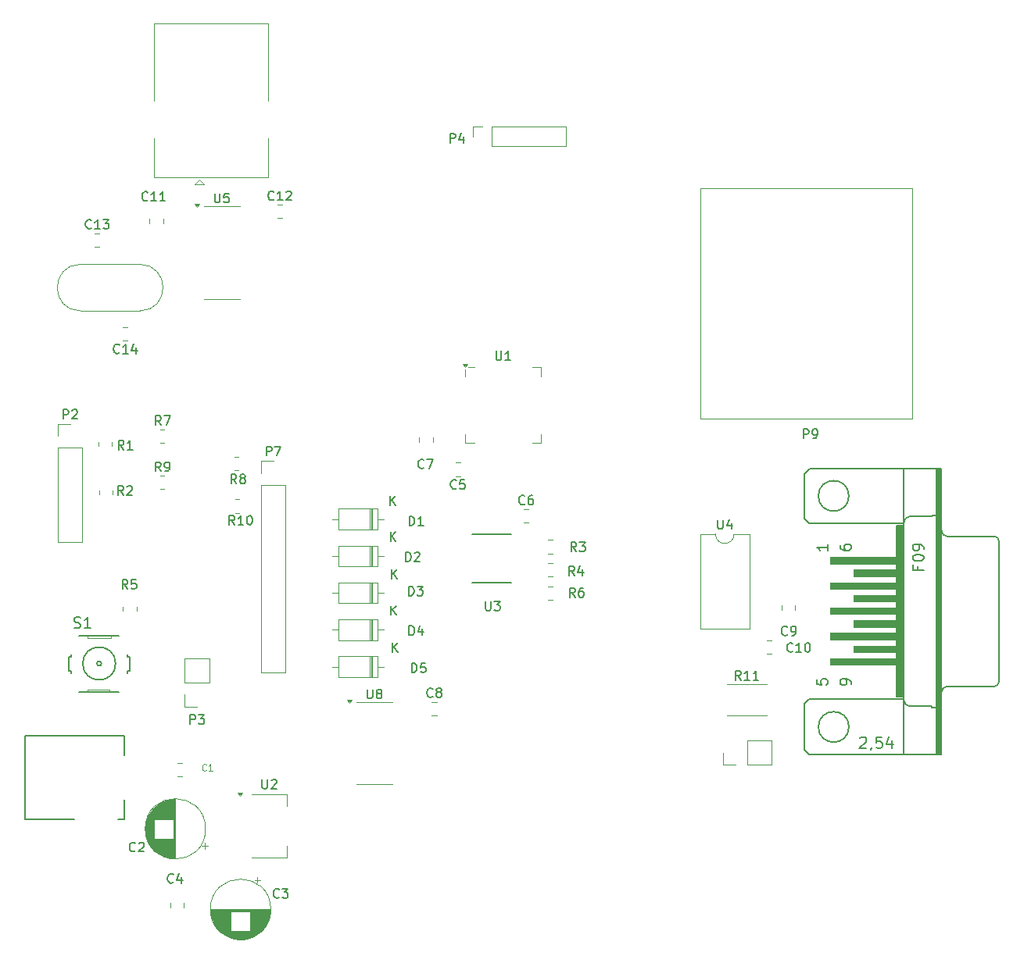
<source format=gto>
G04 #@! TF.GenerationSoftware,KiCad,Pcbnew,8.0.6*
G04 #@! TF.CreationDate,2025-01-16T17:24:36-05:00*
G04 #@! TF.ProjectId,RL78_F14_48p_Rev2,524c3738-5f46-4313-945f-3438705f5265,rev?*
G04 #@! TF.SameCoordinates,Original*
G04 #@! TF.FileFunction,Legend,Top*
G04 #@! TF.FilePolarity,Positive*
%FSLAX46Y46*%
G04 Gerber Fmt 4.6, Leading zero omitted, Abs format (unit mm)*
G04 Created by KiCad (PCBNEW 8.0.6) date 2025-01-16 17:24:36*
%MOMM*%
%LPD*%
G01*
G04 APERTURE LIST*
%ADD10C,0.150000*%
%ADD11C,0.100000*%
%ADD12C,0.127000*%
%ADD13C,0.120000*%
%ADD14C,0.152400*%
%ADD15C,0.203200*%
%ADD16C,0.050800*%
%ADD17C,0.000000*%
G04 APERTURE END LIST*
D10*
X157431905Y-107244819D02*
X157431905Y-106244819D01*
X157431905Y-106244819D02*
X157812857Y-106244819D01*
X157812857Y-106244819D02*
X157908095Y-106292438D01*
X157908095Y-106292438D02*
X157955714Y-106340057D01*
X157955714Y-106340057D02*
X158003333Y-106435295D01*
X158003333Y-106435295D02*
X158003333Y-106578152D01*
X158003333Y-106578152D02*
X157955714Y-106673390D01*
X157955714Y-106673390D02*
X157908095Y-106721009D01*
X157908095Y-106721009D02*
X157812857Y-106768628D01*
X157812857Y-106768628D02*
X157431905Y-106768628D01*
X158479524Y-107244819D02*
X158670000Y-107244819D01*
X158670000Y-107244819D02*
X158765238Y-107197200D01*
X158765238Y-107197200D02*
X158812857Y-107149580D01*
X158812857Y-107149580D02*
X158908095Y-107006723D01*
X158908095Y-107006723D02*
X158955714Y-106816247D01*
X158955714Y-106816247D02*
X158955714Y-106435295D01*
X158955714Y-106435295D02*
X158908095Y-106340057D01*
X158908095Y-106340057D02*
X158860476Y-106292438D01*
X158860476Y-106292438D02*
X158765238Y-106244819D01*
X158765238Y-106244819D02*
X158574762Y-106244819D01*
X158574762Y-106244819D02*
X158479524Y-106292438D01*
X158479524Y-106292438D02*
X158431905Y-106340057D01*
X158431905Y-106340057D02*
X158384286Y-106435295D01*
X158384286Y-106435295D02*
X158384286Y-106673390D01*
X158384286Y-106673390D02*
X158431905Y-106768628D01*
X158431905Y-106768628D02*
X158479524Y-106816247D01*
X158479524Y-106816247D02*
X158574762Y-106863866D01*
X158574762Y-106863866D02*
X158765238Y-106863866D01*
X158765238Y-106863866D02*
X158860476Y-106816247D01*
X158860476Y-106816247D02*
X158908095Y-106768628D01*
X158908095Y-106768628D02*
X158955714Y-106673390D01*
X119161905Y-75204819D02*
X119161905Y-74204819D01*
X119161905Y-74204819D02*
X119542857Y-74204819D01*
X119542857Y-74204819D02*
X119638095Y-74252438D01*
X119638095Y-74252438D02*
X119685714Y-74300057D01*
X119685714Y-74300057D02*
X119733333Y-74395295D01*
X119733333Y-74395295D02*
X119733333Y-74538152D01*
X119733333Y-74538152D02*
X119685714Y-74633390D01*
X119685714Y-74633390D02*
X119638095Y-74681009D01*
X119638095Y-74681009D02*
X119542857Y-74728628D01*
X119542857Y-74728628D02*
X119161905Y-74728628D01*
X120590476Y-74538152D02*
X120590476Y-75204819D01*
X120352381Y-74157200D02*
X120114286Y-74871485D01*
X120114286Y-74871485D02*
X120733333Y-74871485D01*
X127233333Y-114329580D02*
X127185714Y-114377200D01*
X127185714Y-114377200D02*
X127042857Y-114424819D01*
X127042857Y-114424819D02*
X126947619Y-114424819D01*
X126947619Y-114424819D02*
X126804762Y-114377200D01*
X126804762Y-114377200D02*
X126709524Y-114281961D01*
X126709524Y-114281961D02*
X126661905Y-114186723D01*
X126661905Y-114186723D02*
X126614286Y-113996247D01*
X126614286Y-113996247D02*
X126614286Y-113853390D01*
X126614286Y-113853390D02*
X126661905Y-113662914D01*
X126661905Y-113662914D02*
X126709524Y-113567676D01*
X126709524Y-113567676D02*
X126804762Y-113472438D01*
X126804762Y-113472438D02*
X126947619Y-113424819D01*
X126947619Y-113424819D02*
X127042857Y-113424819D01*
X127042857Y-113424819D02*
X127185714Y-113472438D01*
X127185714Y-113472438D02*
X127233333Y-113520057D01*
X128090476Y-113424819D02*
X127900000Y-113424819D01*
X127900000Y-113424819D02*
X127804762Y-113472438D01*
X127804762Y-113472438D02*
X127757143Y-113520057D01*
X127757143Y-113520057D02*
X127661905Y-113662914D01*
X127661905Y-113662914D02*
X127614286Y-113853390D01*
X127614286Y-113853390D02*
X127614286Y-114234342D01*
X127614286Y-114234342D02*
X127661905Y-114329580D01*
X127661905Y-114329580D02*
X127709524Y-114377200D01*
X127709524Y-114377200D02*
X127804762Y-114424819D01*
X127804762Y-114424819D02*
X127995238Y-114424819D01*
X127995238Y-114424819D02*
X128090476Y-114377200D01*
X128090476Y-114377200D02*
X128138095Y-114329580D01*
X128138095Y-114329580D02*
X128185714Y-114234342D01*
X128185714Y-114234342D02*
X128185714Y-113996247D01*
X128185714Y-113996247D02*
X128138095Y-113901009D01*
X128138095Y-113901009D02*
X128090476Y-113853390D01*
X128090476Y-113853390D02*
X127995238Y-113805771D01*
X127995238Y-113805771D02*
X127804762Y-113805771D01*
X127804762Y-113805771D02*
X127709524Y-113853390D01*
X127709524Y-113853390D02*
X127661905Y-113901009D01*
X127661905Y-113901009D02*
X127614286Y-113996247D01*
X110188095Y-134452319D02*
X110188095Y-135261842D01*
X110188095Y-135261842D02*
X110235714Y-135357080D01*
X110235714Y-135357080D02*
X110283333Y-135404700D01*
X110283333Y-135404700D02*
X110378571Y-135452319D01*
X110378571Y-135452319D02*
X110569047Y-135452319D01*
X110569047Y-135452319D02*
X110664285Y-135404700D01*
X110664285Y-135404700D02*
X110711904Y-135357080D01*
X110711904Y-135357080D02*
X110759523Y-135261842D01*
X110759523Y-135261842D02*
X110759523Y-134452319D01*
X111378571Y-134880890D02*
X111283333Y-134833271D01*
X111283333Y-134833271D02*
X111235714Y-134785652D01*
X111235714Y-134785652D02*
X111188095Y-134690414D01*
X111188095Y-134690414D02*
X111188095Y-134642795D01*
X111188095Y-134642795D02*
X111235714Y-134547557D01*
X111235714Y-134547557D02*
X111283333Y-134499938D01*
X111283333Y-134499938D02*
X111378571Y-134452319D01*
X111378571Y-134452319D02*
X111569047Y-134452319D01*
X111569047Y-134452319D02*
X111664285Y-134499938D01*
X111664285Y-134499938D02*
X111711904Y-134547557D01*
X111711904Y-134547557D02*
X111759523Y-134642795D01*
X111759523Y-134642795D02*
X111759523Y-134690414D01*
X111759523Y-134690414D02*
X111711904Y-134785652D01*
X111711904Y-134785652D02*
X111664285Y-134833271D01*
X111664285Y-134833271D02*
X111569047Y-134880890D01*
X111569047Y-134880890D02*
X111378571Y-134880890D01*
X111378571Y-134880890D02*
X111283333Y-134928509D01*
X111283333Y-134928509D02*
X111235714Y-134976128D01*
X111235714Y-134976128D02*
X111188095Y-135071366D01*
X111188095Y-135071366D02*
X111188095Y-135261842D01*
X111188095Y-135261842D02*
X111235714Y-135357080D01*
X111235714Y-135357080D02*
X111283333Y-135404700D01*
X111283333Y-135404700D02*
X111378571Y-135452319D01*
X111378571Y-135452319D02*
X111569047Y-135452319D01*
X111569047Y-135452319D02*
X111664285Y-135404700D01*
X111664285Y-135404700D02*
X111711904Y-135357080D01*
X111711904Y-135357080D02*
X111759523Y-135261842D01*
X111759523Y-135261842D02*
X111759523Y-135071366D01*
X111759523Y-135071366D02*
X111711904Y-134976128D01*
X111711904Y-134976128D02*
X111664285Y-134928509D01*
X111664285Y-134928509D02*
X111569047Y-134880890D01*
X122988145Y-124904819D02*
X122988145Y-125714342D01*
X122988145Y-125714342D02*
X123035764Y-125809580D01*
X123035764Y-125809580D02*
X123083383Y-125857200D01*
X123083383Y-125857200D02*
X123178621Y-125904819D01*
X123178621Y-125904819D02*
X123369097Y-125904819D01*
X123369097Y-125904819D02*
X123464335Y-125857200D01*
X123464335Y-125857200D02*
X123511954Y-125809580D01*
X123511954Y-125809580D02*
X123559573Y-125714342D01*
X123559573Y-125714342D02*
X123559573Y-124904819D01*
X123940526Y-124904819D02*
X124559573Y-124904819D01*
X124559573Y-124904819D02*
X124226240Y-125285771D01*
X124226240Y-125285771D02*
X124369097Y-125285771D01*
X124369097Y-125285771D02*
X124464335Y-125333390D01*
X124464335Y-125333390D02*
X124511954Y-125381009D01*
X124511954Y-125381009D02*
X124559573Y-125476247D01*
X124559573Y-125476247D02*
X124559573Y-125714342D01*
X124559573Y-125714342D02*
X124511954Y-125809580D01*
X124511954Y-125809580D02*
X124464335Y-125857200D01*
X124464335Y-125857200D02*
X124369097Y-125904819D01*
X124369097Y-125904819D02*
X124083383Y-125904819D01*
X124083383Y-125904819D02*
X123988145Y-125857200D01*
X123988145Y-125857200D02*
X123940526Y-125809580D01*
X155683333Y-128509580D02*
X155635714Y-128557200D01*
X155635714Y-128557200D02*
X155492857Y-128604819D01*
X155492857Y-128604819D02*
X155397619Y-128604819D01*
X155397619Y-128604819D02*
X155254762Y-128557200D01*
X155254762Y-128557200D02*
X155159524Y-128461961D01*
X155159524Y-128461961D02*
X155111905Y-128366723D01*
X155111905Y-128366723D02*
X155064286Y-128176247D01*
X155064286Y-128176247D02*
X155064286Y-128033390D01*
X155064286Y-128033390D02*
X155111905Y-127842914D01*
X155111905Y-127842914D02*
X155159524Y-127747676D01*
X155159524Y-127747676D02*
X155254762Y-127652438D01*
X155254762Y-127652438D02*
X155397619Y-127604819D01*
X155397619Y-127604819D02*
X155492857Y-127604819D01*
X155492857Y-127604819D02*
X155635714Y-127652438D01*
X155635714Y-127652438D02*
X155683333Y-127700057D01*
X156159524Y-128604819D02*
X156350000Y-128604819D01*
X156350000Y-128604819D02*
X156445238Y-128557200D01*
X156445238Y-128557200D02*
X156492857Y-128509580D01*
X156492857Y-128509580D02*
X156588095Y-128366723D01*
X156588095Y-128366723D02*
X156635714Y-128176247D01*
X156635714Y-128176247D02*
X156635714Y-127795295D01*
X156635714Y-127795295D02*
X156588095Y-127700057D01*
X156588095Y-127700057D02*
X156540476Y-127652438D01*
X156540476Y-127652438D02*
X156445238Y-127604819D01*
X156445238Y-127604819D02*
X156254762Y-127604819D01*
X156254762Y-127604819D02*
X156159524Y-127652438D01*
X156159524Y-127652438D02*
X156111905Y-127700057D01*
X156111905Y-127700057D02*
X156064286Y-127795295D01*
X156064286Y-127795295D02*
X156064286Y-128033390D01*
X156064286Y-128033390D02*
X156111905Y-128128628D01*
X156111905Y-128128628D02*
X156159524Y-128176247D01*
X156159524Y-128176247D02*
X156254762Y-128223866D01*
X156254762Y-128223866D02*
X156445238Y-128223866D01*
X156445238Y-128223866D02*
X156540476Y-128176247D01*
X156540476Y-128176247D02*
X156588095Y-128128628D01*
X156588095Y-128128628D02*
X156635714Y-128033390D01*
X117270833Y-135229580D02*
X117223214Y-135277200D01*
X117223214Y-135277200D02*
X117080357Y-135324819D01*
X117080357Y-135324819D02*
X116985119Y-135324819D01*
X116985119Y-135324819D02*
X116842262Y-135277200D01*
X116842262Y-135277200D02*
X116747024Y-135181961D01*
X116747024Y-135181961D02*
X116699405Y-135086723D01*
X116699405Y-135086723D02*
X116651786Y-134896247D01*
X116651786Y-134896247D02*
X116651786Y-134753390D01*
X116651786Y-134753390D02*
X116699405Y-134562914D01*
X116699405Y-134562914D02*
X116747024Y-134467676D01*
X116747024Y-134467676D02*
X116842262Y-134372438D01*
X116842262Y-134372438D02*
X116985119Y-134324819D01*
X116985119Y-134324819D02*
X117080357Y-134324819D01*
X117080357Y-134324819D02*
X117223214Y-134372438D01*
X117223214Y-134372438D02*
X117270833Y-134420057D01*
X117842262Y-134753390D02*
X117747024Y-134705771D01*
X117747024Y-134705771D02*
X117699405Y-134658152D01*
X117699405Y-134658152D02*
X117651786Y-134562914D01*
X117651786Y-134562914D02*
X117651786Y-134515295D01*
X117651786Y-134515295D02*
X117699405Y-134420057D01*
X117699405Y-134420057D02*
X117747024Y-134372438D01*
X117747024Y-134372438D02*
X117842262Y-134324819D01*
X117842262Y-134324819D02*
X118032738Y-134324819D01*
X118032738Y-134324819D02*
X118127976Y-134372438D01*
X118127976Y-134372438D02*
X118175595Y-134420057D01*
X118175595Y-134420057D02*
X118223214Y-134515295D01*
X118223214Y-134515295D02*
X118223214Y-134562914D01*
X118223214Y-134562914D02*
X118175595Y-134658152D01*
X118175595Y-134658152D02*
X118127976Y-134705771D01*
X118127976Y-134705771D02*
X118032738Y-134753390D01*
X118032738Y-134753390D02*
X117842262Y-134753390D01*
X117842262Y-134753390D02*
X117747024Y-134801009D01*
X117747024Y-134801009D02*
X117699405Y-134848628D01*
X117699405Y-134848628D02*
X117651786Y-134943866D01*
X117651786Y-134943866D02*
X117651786Y-135134342D01*
X117651786Y-135134342D02*
X117699405Y-135229580D01*
X117699405Y-135229580D02*
X117747024Y-135277200D01*
X117747024Y-135277200D02*
X117842262Y-135324819D01*
X117842262Y-135324819D02*
X118032738Y-135324819D01*
X118032738Y-135324819D02*
X118127976Y-135277200D01*
X118127976Y-135277200D02*
X118175595Y-135229580D01*
X118175595Y-135229580D02*
X118223214Y-135134342D01*
X118223214Y-135134342D02*
X118223214Y-134943866D01*
X118223214Y-134943866D02*
X118175595Y-134848628D01*
X118175595Y-134848628D02*
X118127976Y-134801009D01*
X118127976Y-134801009D02*
X118032738Y-134753390D01*
D11*
X92733333Y-143201966D02*
X92700000Y-143235300D01*
X92700000Y-143235300D02*
X92600000Y-143268633D01*
X92600000Y-143268633D02*
X92533333Y-143268633D01*
X92533333Y-143268633D02*
X92433333Y-143235300D01*
X92433333Y-143235300D02*
X92366667Y-143168633D01*
X92366667Y-143168633D02*
X92333333Y-143101966D01*
X92333333Y-143101966D02*
X92300000Y-142968633D01*
X92300000Y-142968633D02*
X92300000Y-142868633D01*
X92300000Y-142868633D02*
X92333333Y-142735300D01*
X92333333Y-142735300D02*
X92366667Y-142668633D01*
X92366667Y-142668633D02*
X92433333Y-142601966D01*
X92433333Y-142601966D02*
X92533333Y-142568633D01*
X92533333Y-142568633D02*
X92600000Y-142568633D01*
X92600000Y-142568633D02*
X92700000Y-142601966D01*
X92700000Y-142601966D02*
X92733333Y-142635300D01*
X93400000Y-143268633D02*
X93000000Y-143268633D01*
X93200000Y-143268633D02*
X93200000Y-142568633D01*
X93200000Y-142568633D02*
X93133333Y-142668633D01*
X93133333Y-142668633D02*
X93066667Y-142735300D01*
X93066667Y-142735300D02*
X93000000Y-142768633D01*
D10*
X87833333Y-105804819D02*
X87500000Y-105328628D01*
X87261905Y-105804819D02*
X87261905Y-104804819D01*
X87261905Y-104804819D02*
X87642857Y-104804819D01*
X87642857Y-104804819D02*
X87738095Y-104852438D01*
X87738095Y-104852438D02*
X87785714Y-104900057D01*
X87785714Y-104900057D02*
X87833333Y-104995295D01*
X87833333Y-104995295D02*
X87833333Y-105138152D01*
X87833333Y-105138152D02*
X87785714Y-105233390D01*
X87785714Y-105233390D02*
X87738095Y-105281009D01*
X87738095Y-105281009D02*
X87642857Y-105328628D01*
X87642857Y-105328628D02*
X87261905Y-105328628D01*
X88166667Y-104804819D02*
X88833333Y-104804819D01*
X88833333Y-104804819D02*
X88404762Y-105804819D01*
X115001905Y-132624819D02*
X115001905Y-131624819D01*
X115001905Y-131624819D02*
X115240000Y-131624819D01*
X115240000Y-131624819D02*
X115382857Y-131672438D01*
X115382857Y-131672438D02*
X115478095Y-131767676D01*
X115478095Y-131767676D02*
X115525714Y-131862914D01*
X115525714Y-131862914D02*
X115573333Y-132053390D01*
X115573333Y-132053390D02*
X115573333Y-132196247D01*
X115573333Y-132196247D02*
X115525714Y-132386723D01*
X115525714Y-132386723D02*
X115478095Y-132481961D01*
X115478095Y-132481961D02*
X115382857Y-132577200D01*
X115382857Y-132577200D02*
X115240000Y-132624819D01*
X115240000Y-132624819D02*
X115001905Y-132624819D01*
X116478095Y-131624819D02*
X116001905Y-131624819D01*
X116001905Y-131624819D02*
X115954286Y-132101009D01*
X115954286Y-132101009D02*
X116001905Y-132053390D01*
X116001905Y-132053390D02*
X116097143Y-132005771D01*
X116097143Y-132005771D02*
X116335238Y-132005771D01*
X116335238Y-132005771D02*
X116430476Y-132053390D01*
X116430476Y-132053390D02*
X116478095Y-132101009D01*
X116478095Y-132101009D02*
X116525714Y-132196247D01*
X116525714Y-132196247D02*
X116525714Y-132434342D01*
X116525714Y-132434342D02*
X116478095Y-132529580D01*
X116478095Y-132529580D02*
X116430476Y-132577200D01*
X116430476Y-132577200D02*
X116335238Y-132624819D01*
X116335238Y-132624819D02*
X116097143Y-132624819D01*
X116097143Y-132624819D02*
X116001905Y-132577200D01*
X116001905Y-132577200D02*
X115954286Y-132529580D01*
X112938095Y-130444819D02*
X112938095Y-129444819D01*
X113509523Y-130444819D02*
X113080952Y-129873390D01*
X113509523Y-129444819D02*
X112938095Y-130016247D01*
X86407142Y-81409580D02*
X86359523Y-81457200D01*
X86359523Y-81457200D02*
X86216666Y-81504819D01*
X86216666Y-81504819D02*
X86121428Y-81504819D01*
X86121428Y-81504819D02*
X85978571Y-81457200D01*
X85978571Y-81457200D02*
X85883333Y-81361961D01*
X85883333Y-81361961D02*
X85835714Y-81266723D01*
X85835714Y-81266723D02*
X85788095Y-81076247D01*
X85788095Y-81076247D02*
X85788095Y-80933390D01*
X85788095Y-80933390D02*
X85835714Y-80742914D01*
X85835714Y-80742914D02*
X85883333Y-80647676D01*
X85883333Y-80647676D02*
X85978571Y-80552438D01*
X85978571Y-80552438D02*
X86121428Y-80504819D01*
X86121428Y-80504819D02*
X86216666Y-80504819D01*
X86216666Y-80504819D02*
X86359523Y-80552438D01*
X86359523Y-80552438D02*
X86407142Y-80600057D01*
X87359523Y-81504819D02*
X86788095Y-81504819D01*
X87073809Y-81504819D02*
X87073809Y-80504819D01*
X87073809Y-80504819D02*
X86978571Y-80647676D01*
X86978571Y-80647676D02*
X86883333Y-80742914D01*
X86883333Y-80742914D02*
X86788095Y-80790533D01*
X88311904Y-81504819D02*
X87740476Y-81504819D01*
X88026190Y-81504819D02*
X88026190Y-80504819D01*
X88026190Y-80504819D02*
X87930952Y-80647676D01*
X87930952Y-80647676D02*
X87835714Y-80742914D01*
X87835714Y-80742914D02*
X87740476Y-80790533D01*
X124138095Y-97769819D02*
X124138095Y-98579342D01*
X124138095Y-98579342D02*
X124185714Y-98674580D01*
X124185714Y-98674580D02*
X124233333Y-98722200D01*
X124233333Y-98722200D02*
X124328571Y-98769819D01*
X124328571Y-98769819D02*
X124519047Y-98769819D01*
X124519047Y-98769819D02*
X124614285Y-98722200D01*
X124614285Y-98722200D02*
X124661904Y-98674580D01*
X124661904Y-98674580D02*
X124709523Y-98579342D01*
X124709523Y-98579342D02*
X124709523Y-97769819D01*
X125709523Y-98769819D02*
X125138095Y-98769819D01*
X125423809Y-98769819D02*
X125423809Y-97769819D01*
X125423809Y-97769819D02*
X125328571Y-97912676D01*
X125328571Y-97912676D02*
X125233333Y-98007914D01*
X125233333Y-98007914D02*
X125138095Y-98055533D01*
X83773333Y-113404819D02*
X83440000Y-112928628D01*
X83201905Y-113404819D02*
X83201905Y-112404819D01*
X83201905Y-112404819D02*
X83582857Y-112404819D01*
X83582857Y-112404819D02*
X83678095Y-112452438D01*
X83678095Y-112452438D02*
X83725714Y-112500057D01*
X83725714Y-112500057D02*
X83773333Y-112595295D01*
X83773333Y-112595295D02*
X83773333Y-112738152D01*
X83773333Y-112738152D02*
X83725714Y-112833390D01*
X83725714Y-112833390D02*
X83678095Y-112881009D01*
X83678095Y-112881009D02*
X83582857Y-112928628D01*
X83582857Y-112928628D02*
X83201905Y-112928628D01*
X84154286Y-112500057D02*
X84201905Y-112452438D01*
X84201905Y-112452438D02*
X84297143Y-112404819D01*
X84297143Y-112404819D02*
X84535238Y-112404819D01*
X84535238Y-112404819D02*
X84630476Y-112452438D01*
X84630476Y-112452438D02*
X84678095Y-112500057D01*
X84678095Y-112500057D02*
X84725714Y-112595295D01*
X84725714Y-112595295D02*
X84725714Y-112690533D01*
X84725714Y-112690533D02*
X84678095Y-112833390D01*
X84678095Y-112833390D02*
X84106667Y-113404819D01*
X84106667Y-113404819D02*
X84725714Y-113404819D01*
X100082142Y-81329580D02*
X100034523Y-81377200D01*
X100034523Y-81377200D02*
X99891666Y-81424819D01*
X99891666Y-81424819D02*
X99796428Y-81424819D01*
X99796428Y-81424819D02*
X99653571Y-81377200D01*
X99653571Y-81377200D02*
X99558333Y-81281961D01*
X99558333Y-81281961D02*
X99510714Y-81186723D01*
X99510714Y-81186723D02*
X99463095Y-80996247D01*
X99463095Y-80996247D02*
X99463095Y-80853390D01*
X99463095Y-80853390D02*
X99510714Y-80662914D01*
X99510714Y-80662914D02*
X99558333Y-80567676D01*
X99558333Y-80567676D02*
X99653571Y-80472438D01*
X99653571Y-80472438D02*
X99796428Y-80424819D01*
X99796428Y-80424819D02*
X99891666Y-80424819D01*
X99891666Y-80424819D02*
X100034523Y-80472438D01*
X100034523Y-80472438D02*
X100082142Y-80520057D01*
X101034523Y-81424819D02*
X100463095Y-81424819D01*
X100748809Y-81424819D02*
X100748809Y-80424819D01*
X100748809Y-80424819D02*
X100653571Y-80567676D01*
X100653571Y-80567676D02*
X100558333Y-80662914D01*
X100558333Y-80662914D02*
X100463095Y-80710533D01*
X101415476Y-80520057D02*
X101463095Y-80472438D01*
X101463095Y-80472438D02*
X101558333Y-80424819D01*
X101558333Y-80424819D02*
X101796428Y-80424819D01*
X101796428Y-80424819D02*
X101891666Y-80472438D01*
X101891666Y-80472438D02*
X101939285Y-80520057D01*
X101939285Y-80520057D02*
X101986904Y-80615295D01*
X101986904Y-80615295D02*
X101986904Y-80710533D01*
X101986904Y-80710533D02*
X101939285Y-80853390D01*
X101939285Y-80853390D02*
X101367857Y-81424819D01*
X101367857Y-81424819D02*
X101986904Y-81424819D01*
X84233333Y-123554819D02*
X83900000Y-123078628D01*
X83661905Y-123554819D02*
X83661905Y-122554819D01*
X83661905Y-122554819D02*
X84042857Y-122554819D01*
X84042857Y-122554819D02*
X84138095Y-122602438D01*
X84138095Y-122602438D02*
X84185714Y-122650057D01*
X84185714Y-122650057D02*
X84233333Y-122745295D01*
X84233333Y-122745295D02*
X84233333Y-122888152D01*
X84233333Y-122888152D02*
X84185714Y-122983390D01*
X84185714Y-122983390D02*
X84138095Y-123031009D01*
X84138095Y-123031009D02*
X84042857Y-123078628D01*
X84042857Y-123078628D02*
X83661905Y-123078628D01*
X85138095Y-122554819D02*
X84661905Y-122554819D01*
X84661905Y-122554819D02*
X84614286Y-123031009D01*
X84614286Y-123031009D02*
X84661905Y-122983390D01*
X84661905Y-122983390D02*
X84757143Y-122935771D01*
X84757143Y-122935771D02*
X84995238Y-122935771D01*
X84995238Y-122935771D02*
X85090476Y-122983390D01*
X85090476Y-122983390D02*
X85138095Y-123031009D01*
X85138095Y-123031009D02*
X85185714Y-123126247D01*
X85185714Y-123126247D02*
X85185714Y-123364342D01*
X85185714Y-123364342D02*
X85138095Y-123459580D01*
X85138095Y-123459580D02*
X85090476Y-123507200D01*
X85090476Y-123507200D02*
X84995238Y-123554819D01*
X84995238Y-123554819D02*
X84757143Y-123554819D01*
X84757143Y-123554819D02*
X84661905Y-123507200D01*
X84661905Y-123507200D02*
X84614286Y-123459580D01*
X96013333Y-112144819D02*
X95680000Y-111668628D01*
X95441905Y-112144819D02*
X95441905Y-111144819D01*
X95441905Y-111144819D02*
X95822857Y-111144819D01*
X95822857Y-111144819D02*
X95918095Y-111192438D01*
X95918095Y-111192438D02*
X95965714Y-111240057D01*
X95965714Y-111240057D02*
X96013333Y-111335295D01*
X96013333Y-111335295D02*
X96013333Y-111478152D01*
X96013333Y-111478152D02*
X95965714Y-111573390D01*
X95965714Y-111573390D02*
X95918095Y-111621009D01*
X95918095Y-111621009D02*
X95822857Y-111668628D01*
X95822857Y-111668628D02*
X95441905Y-111668628D01*
X96584762Y-111573390D02*
X96489524Y-111525771D01*
X96489524Y-111525771D02*
X96441905Y-111478152D01*
X96441905Y-111478152D02*
X96394286Y-111382914D01*
X96394286Y-111382914D02*
X96394286Y-111335295D01*
X96394286Y-111335295D02*
X96441905Y-111240057D01*
X96441905Y-111240057D02*
X96489524Y-111192438D01*
X96489524Y-111192438D02*
X96584762Y-111144819D01*
X96584762Y-111144819D02*
X96775238Y-111144819D01*
X96775238Y-111144819D02*
X96870476Y-111192438D01*
X96870476Y-111192438D02*
X96918095Y-111240057D01*
X96918095Y-111240057D02*
X96965714Y-111335295D01*
X96965714Y-111335295D02*
X96965714Y-111382914D01*
X96965714Y-111382914D02*
X96918095Y-111478152D01*
X96918095Y-111478152D02*
X96870476Y-111525771D01*
X96870476Y-111525771D02*
X96775238Y-111573390D01*
X96775238Y-111573390D02*
X96584762Y-111573390D01*
X96584762Y-111573390D02*
X96489524Y-111621009D01*
X96489524Y-111621009D02*
X96441905Y-111668628D01*
X96441905Y-111668628D02*
X96394286Y-111763866D01*
X96394286Y-111763866D02*
X96394286Y-111954342D01*
X96394286Y-111954342D02*
X96441905Y-112049580D01*
X96441905Y-112049580D02*
X96489524Y-112097200D01*
X96489524Y-112097200D02*
X96584762Y-112144819D01*
X96584762Y-112144819D02*
X96775238Y-112144819D01*
X96775238Y-112144819D02*
X96870476Y-112097200D01*
X96870476Y-112097200D02*
X96918095Y-112049580D01*
X96918095Y-112049580D02*
X96965714Y-111954342D01*
X96965714Y-111954342D02*
X96965714Y-111763866D01*
X96965714Y-111763866D02*
X96918095Y-111668628D01*
X96918095Y-111668628D02*
X96870476Y-111621009D01*
X96870476Y-111621009D02*
X96775238Y-111573390D01*
X100638333Y-156969580D02*
X100590714Y-157017200D01*
X100590714Y-157017200D02*
X100447857Y-157064819D01*
X100447857Y-157064819D02*
X100352619Y-157064819D01*
X100352619Y-157064819D02*
X100209762Y-157017200D01*
X100209762Y-157017200D02*
X100114524Y-156921961D01*
X100114524Y-156921961D02*
X100066905Y-156826723D01*
X100066905Y-156826723D02*
X100019286Y-156636247D01*
X100019286Y-156636247D02*
X100019286Y-156493390D01*
X100019286Y-156493390D02*
X100066905Y-156302914D01*
X100066905Y-156302914D02*
X100114524Y-156207676D01*
X100114524Y-156207676D02*
X100209762Y-156112438D01*
X100209762Y-156112438D02*
X100352619Y-156064819D01*
X100352619Y-156064819D02*
X100447857Y-156064819D01*
X100447857Y-156064819D02*
X100590714Y-156112438D01*
X100590714Y-156112438D02*
X100638333Y-156160057D01*
X100971667Y-156064819D02*
X101590714Y-156064819D01*
X101590714Y-156064819D02*
X101257381Y-156445771D01*
X101257381Y-156445771D02*
X101400238Y-156445771D01*
X101400238Y-156445771D02*
X101495476Y-156493390D01*
X101495476Y-156493390D02*
X101543095Y-156541009D01*
X101543095Y-156541009D02*
X101590714Y-156636247D01*
X101590714Y-156636247D02*
X101590714Y-156874342D01*
X101590714Y-156874342D02*
X101543095Y-156969580D01*
X101543095Y-156969580D02*
X101495476Y-157017200D01*
X101495476Y-157017200D02*
X101400238Y-157064819D01*
X101400238Y-157064819D02*
X101114524Y-157064819D01*
X101114524Y-157064819D02*
X101019286Y-157017200D01*
X101019286Y-157017200D02*
X100971667Y-156969580D01*
X114351905Y-120584819D02*
X114351905Y-119584819D01*
X114351905Y-119584819D02*
X114590000Y-119584819D01*
X114590000Y-119584819D02*
X114732857Y-119632438D01*
X114732857Y-119632438D02*
X114828095Y-119727676D01*
X114828095Y-119727676D02*
X114875714Y-119822914D01*
X114875714Y-119822914D02*
X114923333Y-120013390D01*
X114923333Y-120013390D02*
X114923333Y-120156247D01*
X114923333Y-120156247D02*
X114875714Y-120346723D01*
X114875714Y-120346723D02*
X114828095Y-120441961D01*
X114828095Y-120441961D02*
X114732857Y-120537200D01*
X114732857Y-120537200D02*
X114590000Y-120584819D01*
X114590000Y-120584819D02*
X114351905Y-120584819D01*
X115304286Y-119680057D02*
X115351905Y-119632438D01*
X115351905Y-119632438D02*
X115447143Y-119584819D01*
X115447143Y-119584819D02*
X115685238Y-119584819D01*
X115685238Y-119584819D02*
X115780476Y-119632438D01*
X115780476Y-119632438D02*
X115828095Y-119680057D01*
X115828095Y-119680057D02*
X115875714Y-119775295D01*
X115875714Y-119775295D02*
X115875714Y-119870533D01*
X115875714Y-119870533D02*
X115828095Y-120013390D01*
X115828095Y-120013390D02*
X115256667Y-120584819D01*
X115256667Y-120584819D02*
X115875714Y-120584819D01*
X112708095Y-118384819D02*
X112708095Y-117384819D01*
X113279523Y-118384819D02*
X112850952Y-117813390D01*
X113279523Y-117384819D02*
X112708095Y-117956247D01*
X87833333Y-110804819D02*
X87500000Y-110328628D01*
X87261905Y-110804819D02*
X87261905Y-109804819D01*
X87261905Y-109804819D02*
X87642857Y-109804819D01*
X87642857Y-109804819D02*
X87738095Y-109852438D01*
X87738095Y-109852438D02*
X87785714Y-109900057D01*
X87785714Y-109900057D02*
X87833333Y-109995295D01*
X87833333Y-109995295D02*
X87833333Y-110138152D01*
X87833333Y-110138152D02*
X87785714Y-110233390D01*
X87785714Y-110233390D02*
X87738095Y-110281009D01*
X87738095Y-110281009D02*
X87642857Y-110328628D01*
X87642857Y-110328628D02*
X87261905Y-110328628D01*
X88309524Y-110804819D02*
X88500000Y-110804819D01*
X88500000Y-110804819D02*
X88595238Y-110757200D01*
X88595238Y-110757200D02*
X88642857Y-110709580D01*
X88642857Y-110709580D02*
X88738095Y-110566723D01*
X88738095Y-110566723D02*
X88785714Y-110376247D01*
X88785714Y-110376247D02*
X88785714Y-109995295D01*
X88785714Y-109995295D02*
X88738095Y-109900057D01*
X88738095Y-109900057D02*
X88690476Y-109852438D01*
X88690476Y-109852438D02*
X88595238Y-109804819D01*
X88595238Y-109804819D02*
X88404762Y-109804819D01*
X88404762Y-109804819D02*
X88309524Y-109852438D01*
X88309524Y-109852438D02*
X88261905Y-109900057D01*
X88261905Y-109900057D02*
X88214286Y-109995295D01*
X88214286Y-109995295D02*
X88214286Y-110233390D01*
X88214286Y-110233390D02*
X88261905Y-110328628D01*
X88261905Y-110328628D02*
X88309524Y-110376247D01*
X88309524Y-110376247D02*
X88404762Y-110423866D01*
X88404762Y-110423866D02*
X88595238Y-110423866D01*
X88595238Y-110423866D02*
X88690476Y-110376247D01*
X88690476Y-110376247D02*
X88738095Y-110328628D01*
X88738095Y-110328628D02*
X88785714Y-110233390D01*
X132683333Y-124454819D02*
X132350000Y-123978628D01*
X132111905Y-124454819D02*
X132111905Y-123454819D01*
X132111905Y-123454819D02*
X132492857Y-123454819D01*
X132492857Y-123454819D02*
X132588095Y-123502438D01*
X132588095Y-123502438D02*
X132635714Y-123550057D01*
X132635714Y-123550057D02*
X132683333Y-123645295D01*
X132683333Y-123645295D02*
X132683333Y-123788152D01*
X132683333Y-123788152D02*
X132635714Y-123883390D01*
X132635714Y-123883390D02*
X132588095Y-123931009D01*
X132588095Y-123931009D02*
X132492857Y-123978628D01*
X132492857Y-123978628D02*
X132111905Y-123978628D01*
X133540476Y-123454819D02*
X133350000Y-123454819D01*
X133350000Y-123454819D02*
X133254762Y-123502438D01*
X133254762Y-123502438D02*
X133207143Y-123550057D01*
X133207143Y-123550057D02*
X133111905Y-123692914D01*
X133111905Y-123692914D02*
X133064286Y-123883390D01*
X133064286Y-123883390D02*
X133064286Y-124264342D01*
X133064286Y-124264342D02*
X133111905Y-124359580D01*
X133111905Y-124359580D02*
X133159524Y-124407200D01*
X133159524Y-124407200D02*
X133254762Y-124454819D01*
X133254762Y-124454819D02*
X133445238Y-124454819D01*
X133445238Y-124454819D02*
X133540476Y-124407200D01*
X133540476Y-124407200D02*
X133588095Y-124359580D01*
X133588095Y-124359580D02*
X133635714Y-124264342D01*
X133635714Y-124264342D02*
X133635714Y-124026247D01*
X133635714Y-124026247D02*
X133588095Y-123931009D01*
X133588095Y-123931009D02*
X133540476Y-123883390D01*
X133540476Y-123883390D02*
X133445238Y-123835771D01*
X133445238Y-123835771D02*
X133254762Y-123835771D01*
X133254762Y-123835771D02*
X133159524Y-123883390D01*
X133159524Y-123883390D02*
X133111905Y-123931009D01*
X133111905Y-123931009D02*
X133064286Y-124026247D01*
X99261905Y-109124819D02*
X99261905Y-108124819D01*
X99261905Y-108124819D02*
X99642857Y-108124819D01*
X99642857Y-108124819D02*
X99738095Y-108172438D01*
X99738095Y-108172438D02*
X99785714Y-108220057D01*
X99785714Y-108220057D02*
X99833333Y-108315295D01*
X99833333Y-108315295D02*
X99833333Y-108458152D01*
X99833333Y-108458152D02*
X99785714Y-108553390D01*
X99785714Y-108553390D02*
X99738095Y-108601009D01*
X99738095Y-108601009D02*
X99642857Y-108648628D01*
X99642857Y-108648628D02*
X99261905Y-108648628D01*
X100166667Y-108124819D02*
X100833333Y-108124819D01*
X100833333Y-108124819D02*
X100404762Y-109124819D01*
X85059154Y-151941180D02*
X85011535Y-151988800D01*
X85011535Y-151988800D02*
X84868678Y-152036419D01*
X84868678Y-152036419D02*
X84773440Y-152036419D01*
X84773440Y-152036419D02*
X84630583Y-151988800D01*
X84630583Y-151988800D02*
X84535345Y-151893561D01*
X84535345Y-151893561D02*
X84487726Y-151798323D01*
X84487726Y-151798323D02*
X84440107Y-151607847D01*
X84440107Y-151607847D02*
X84440107Y-151464990D01*
X84440107Y-151464990D02*
X84487726Y-151274514D01*
X84487726Y-151274514D02*
X84535345Y-151179276D01*
X84535345Y-151179276D02*
X84630583Y-151084038D01*
X84630583Y-151084038D02*
X84773440Y-151036419D01*
X84773440Y-151036419D02*
X84868678Y-151036419D01*
X84868678Y-151036419D02*
X85011535Y-151084038D01*
X85011535Y-151084038D02*
X85059154Y-151131657D01*
X85440107Y-151131657D02*
X85487726Y-151084038D01*
X85487726Y-151084038D02*
X85582964Y-151036419D01*
X85582964Y-151036419D02*
X85821059Y-151036419D01*
X85821059Y-151036419D02*
X85916297Y-151084038D01*
X85916297Y-151084038D02*
X85963916Y-151131657D01*
X85963916Y-151131657D02*
X86011535Y-151226895D01*
X86011535Y-151226895D02*
X86011535Y-151322133D01*
X86011535Y-151322133D02*
X85963916Y-151464990D01*
X85963916Y-151464990D02*
X85392488Y-152036419D01*
X85392488Y-152036419D02*
X86011535Y-152036419D01*
X114671905Y-124284819D02*
X114671905Y-123284819D01*
X114671905Y-123284819D02*
X114910000Y-123284819D01*
X114910000Y-123284819D02*
X115052857Y-123332438D01*
X115052857Y-123332438D02*
X115148095Y-123427676D01*
X115148095Y-123427676D02*
X115195714Y-123522914D01*
X115195714Y-123522914D02*
X115243333Y-123713390D01*
X115243333Y-123713390D02*
X115243333Y-123856247D01*
X115243333Y-123856247D02*
X115195714Y-124046723D01*
X115195714Y-124046723D02*
X115148095Y-124141961D01*
X115148095Y-124141961D02*
X115052857Y-124237200D01*
X115052857Y-124237200D02*
X114910000Y-124284819D01*
X114910000Y-124284819D02*
X114671905Y-124284819D01*
X115576667Y-123284819D02*
X116195714Y-123284819D01*
X116195714Y-123284819D02*
X115862381Y-123665771D01*
X115862381Y-123665771D02*
X116005238Y-123665771D01*
X116005238Y-123665771D02*
X116100476Y-123713390D01*
X116100476Y-123713390D02*
X116148095Y-123761009D01*
X116148095Y-123761009D02*
X116195714Y-123856247D01*
X116195714Y-123856247D02*
X116195714Y-124094342D01*
X116195714Y-124094342D02*
X116148095Y-124189580D01*
X116148095Y-124189580D02*
X116100476Y-124237200D01*
X116100476Y-124237200D02*
X116005238Y-124284819D01*
X116005238Y-124284819D02*
X115719524Y-124284819D01*
X115719524Y-124284819D02*
X115624286Y-124237200D01*
X115624286Y-124237200D02*
X115576667Y-124189580D01*
X112848095Y-122434819D02*
X112848095Y-121434819D01*
X113419523Y-122434819D02*
X112990952Y-121863390D01*
X113419523Y-121434819D02*
X112848095Y-122006247D01*
X116308333Y-110409580D02*
X116260714Y-110457200D01*
X116260714Y-110457200D02*
X116117857Y-110504819D01*
X116117857Y-110504819D02*
X116022619Y-110504819D01*
X116022619Y-110504819D02*
X115879762Y-110457200D01*
X115879762Y-110457200D02*
X115784524Y-110361961D01*
X115784524Y-110361961D02*
X115736905Y-110266723D01*
X115736905Y-110266723D02*
X115689286Y-110076247D01*
X115689286Y-110076247D02*
X115689286Y-109933390D01*
X115689286Y-109933390D02*
X115736905Y-109742914D01*
X115736905Y-109742914D02*
X115784524Y-109647676D01*
X115784524Y-109647676D02*
X115879762Y-109552438D01*
X115879762Y-109552438D02*
X116022619Y-109504819D01*
X116022619Y-109504819D02*
X116117857Y-109504819D01*
X116117857Y-109504819D02*
X116260714Y-109552438D01*
X116260714Y-109552438D02*
X116308333Y-109600057D01*
X116641667Y-109504819D02*
X117308333Y-109504819D01*
X117308333Y-109504819D02*
X116879762Y-110504819D01*
X132833333Y-119504819D02*
X132500000Y-119028628D01*
X132261905Y-119504819D02*
X132261905Y-118504819D01*
X132261905Y-118504819D02*
X132642857Y-118504819D01*
X132642857Y-118504819D02*
X132738095Y-118552438D01*
X132738095Y-118552438D02*
X132785714Y-118600057D01*
X132785714Y-118600057D02*
X132833333Y-118695295D01*
X132833333Y-118695295D02*
X132833333Y-118838152D01*
X132833333Y-118838152D02*
X132785714Y-118933390D01*
X132785714Y-118933390D02*
X132738095Y-118981009D01*
X132738095Y-118981009D02*
X132642857Y-119028628D01*
X132642857Y-119028628D02*
X132261905Y-119028628D01*
X133166667Y-118504819D02*
X133785714Y-118504819D01*
X133785714Y-118504819D02*
X133452381Y-118885771D01*
X133452381Y-118885771D02*
X133595238Y-118885771D01*
X133595238Y-118885771D02*
X133690476Y-118933390D01*
X133690476Y-118933390D02*
X133738095Y-118981009D01*
X133738095Y-118981009D02*
X133785714Y-119076247D01*
X133785714Y-119076247D02*
X133785714Y-119314342D01*
X133785714Y-119314342D02*
X133738095Y-119409580D01*
X133738095Y-119409580D02*
X133690476Y-119457200D01*
X133690476Y-119457200D02*
X133595238Y-119504819D01*
X133595238Y-119504819D02*
X133309524Y-119504819D01*
X133309524Y-119504819D02*
X133214286Y-119457200D01*
X133214286Y-119457200D02*
X133166667Y-119409580D01*
X148148095Y-116074819D02*
X148148095Y-116884342D01*
X148148095Y-116884342D02*
X148195714Y-116979580D01*
X148195714Y-116979580D02*
X148243333Y-117027200D01*
X148243333Y-117027200D02*
X148338571Y-117074819D01*
X148338571Y-117074819D02*
X148529047Y-117074819D01*
X148529047Y-117074819D02*
X148624285Y-117027200D01*
X148624285Y-117027200D02*
X148671904Y-116979580D01*
X148671904Y-116979580D02*
X148719523Y-116884342D01*
X148719523Y-116884342D02*
X148719523Y-116074819D01*
X149624285Y-116408152D02*
X149624285Y-117074819D01*
X149386190Y-116027200D02*
X149148095Y-116741485D01*
X149148095Y-116741485D02*
X149767142Y-116741485D01*
X156257142Y-130309580D02*
X156209523Y-130357200D01*
X156209523Y-130357200D02*
X156066666Y-130404819D01*
X156066666Y-130404819D02*
X155971428Y-130404819D01*
X155971428Y-130404819D02*
X155828571Y-130357200D01*
X155828571Y-130357200D02*
X155733333Y-130261961D01*
X155733333Y-130261961D02*
X155685714Y-130166723D01*
X155685714Y-130166723D02*
X155638095Y-129976247D01*
X155638095Y-129976247D02*
X155638095Y-129833390D01*
X155638095Y-129833390D02*
X155685714Y-129642914D01*
X155685714Y-129642914D02*
X155733333Y-129547676D01*
X155733333Y-129547676D02*
X155828571Y-129452438D01*
X155828571Y-129452438D02*
X155971428Y-129404819D01*
X155971428Y-129404819D02*
X156066666Y-129404819D01*
X156066666Y-129404819D02*
X156209523Y-129452438D01*
X156209523Y-129452438D02*
X156257142Y-129500057D01*
X157209523Y-130404819D02*
X156638095Y-130404819D01*
X156923809Y-130404819D02*
X156923809Y-129404819D01*
X156923809Y-129404819D02*
X156828571Y-129547676D01*
X156828571Y-129547676D02*
X156733333Y-129642914D01*
X156733333Y-129642914D02*
X156638095Y-129690533D01*
X157828571Y-129404819D02*
X157923809Y-129404819D01*
X157923809Y-129404819D02*
X158019047Y-129452438D01*
X158019047Y-129452438D02*
X158066666Y-129500057D01*
X158066666Y-129500057D02*
X158114285Y-129595295D01*
X158114285Y-129595295D02*
X158161904Y-129785771D01*
X158161904Y-129785771D02*
X158161904Y-130023866D01*
X158161904Y-130023866D02*
X158114285Y-130214342D01*
X158114285Y-130214342D02*
X158066666Y-130309580D01*
X158066666Y-130309580D02*
X158019047Y-130357200D01*
X158019047Y-130357200D02*
X157923809Y-130404819D01*
X157923809Y-130404819D02*
X157828571Y-130404819D01*
X157828571Y-130404819D02*
X157733333Y-130357200D01*
X157733333Y-130357200D02*
X157685714Y-130309580D01*
X157685714Y-130309580D02*
X157638095Y-130214342D01*
X157638095Y-130214342D02*
X157590476Y-130023866D01*
X157590476Y-130023866D02*
X157590476Y-129785771D01*
X157590476Y-129785771D02*
X157638095Y-129595295D01*
X157638095Y-129595295D02*
X157685714Y-129500057D01*
X157685714Y-129500057D02*
X157733333Y-129452438D01*
X157733333Y-129452438D02*
X157828571Y-129404819D01*
X93663095Y-80679819D02*
X93663095Y-81489342D01*
X93663095Y-81489342D02*
X93710714Y-81584580D01*
X93710714Y-81584580D02*
X93758333Y-81632200D01*
X93758333Y-81632200D02*
X93853571Y-81679819D01*
X93853571Y-81679819D02*
X94044047Y-81679819D01*
X94044047Y-81679819D02*
X94139285Y-81632200D01*
X94139285Y-81632200D02*
X94186904Y-81584580D01*
X94186904Y-81584580D02*
X94234523Y-81489342D01*
X94234523Y-81489342D02*
X94234523Y-80679819D01*
X95186904Y-80679819D02*
X94710714Y-80679819D01*
X94710714Y-80679819D02*
X94663095Y-81156009D01*
X94663095Y-81156009D02*
X94710714Y-81108390D01*
X94710714Y-81108390D02*
X94805952Y-81060771D01*
X94805952Y-81060771D02*
X95044047Y-81060771D01*
X95044047Y-81060771D02*
X95139285Y-81108390D01*
X95139285Y-81108390D02*
X95186904Y-81156009D01*
X95186904Y-81156009D02*
X95234523Y-81251247D01*
X95234523Y-81251247D02*
X95234523Y-81489342D01*
X95234523Y-81489342D02*
X95186904Y-81584580D01*
X95186904Y-81584580D02*
X95139285Y-81632200D01*
X95139285Y-81632200D02*
X95044047Y-81679819D01*
X95044047Y-81679819D02*
X94805952Y-81679819D01*
X94805952Y-81679819D02*
X94710714Y-81632200D01*
X94710714Y-81632200D02*
X94663095Y-81584580D01*
X114721905Y-128574819D02*
X114721905Y-127574819D01*
X114721905Y-127574819D02*
X114960000Y-127574819D01*
X114960000Y-127574819D02*
X115102857Y-127622438D01*
X115102857Y-127622438D02*
X115198095Y-127717676D01*
X115198095Y-127717676D02*
X115245714Y-127812914D01*
X115245714Y-127812914D02*
X115293333Y-128003390D01*
X115293333Y-128003390D02*
X115293333Y-128146247D01*
X115293333Y-128146247D02*
X115245714Y-128336723D01*
X115245714Y-128336723D02*
X115198095Y-128431961D01*
X115198095Y-128431961D02*
X115102857Y-128527200D01*
X115102857Y-128527200D02*
X114960000Y-128574819D01*
X114960000Y-128574819D02*
X114721905Y-128574819D01*
X116150476Y-127908152D02*
X116150476Y-128574819D01*
X115912381Y-127527200D02*
X115674286Y-128241485D01*
X115674286Y-128241485D02*
X116293333Y-128241485D01*
X112768095Y-126384819D02*
X112768095Y-125384819D01*
X113339523Y-126384819D02*
X112910952Y-125813390D01*
X113339523Y-125384819D02*
X112768095Y-125956247D01*
X89178333Y-155349580D02*
X89130714Y-155397200D01*
X89130714Y-155397200D02*
X88987857Y-155444819D01*
X88987857Y-155444819D02*
X88892619Y-155444819D01*
X88892619Y-155444819D02*
X88749762Y-155397200D01*
X88749762Y-155397200D02*
X88654524Y-155301961D01*
X88654524Y-155301961D02*
X88606905Y-155206723D01*
X88606905Y-155206723D02*
X88559286Y-155016247D01*
X88559286Y-155016247D02*
X88559286Y-154873390D01*
X88559286Y-154873390D02*
X88606905Y-154682914D01*
X88606905Y-154682914D02*
X88654524Y-154587676D01*
X88654524Y-154587676D02*
X88749762Y-154492438D01*
X88749762Y-154492438D02*
X88892619Y-154444819D01*
X88892619Y-154444819D02*
X88987857Y-154444819D01*
X88987857Y-154444819D02*
X89130714Y-154492438D01*
X89130714Y-154492438D02*
X89178333Y-154540057D01*
X90035476Y-154778152D02*
X90035476Y-155444819D01*
X89797381Y-154397200D02*
X89559286Y-155111485D01*
X89559286Y-155111485D02*
X90178333Y-155111485D01*
X114741905Y-116694819D02*
X114741905Y-115694819D01*
X114741905Y-115694819D02*
X114980000Y-115694819D01*
X114980000Y-115694819D02*
X115122857Y-115742438D01*
X115122857Y-115742438D02*
X115218095Y-115837676D01*
X115218095Y-115837676D02*
X115265714Y-115932914D01*
X115265714Y-115932914D02*
X115313333Y-116123390D01*
X115313333Y-116123390D02*
X115313333Y-116266247D01*
X115313333Y-116266247D02*
X115265714Y-116456723D01*
X115265714Y-116456723D02*
X115218095Y-116551961D01*
X115218095Y-116551961D02*
X115122857Y-116647200D01*
X115122857Y-116647200D02*
X114980000Y-116694819D01*
X114980000Y-116694819D02*
X114741905Y-116694819D01*
X116265714Y-116694819D02*
X115694286Y-116694819D01*
X115980000Y-116694819D02*
X115980000Y-115694819D01*
X115980000Y-115694819D02*
X115884762Y-115837676D01*
X115884762Y-115837676D02*
X115789524Y-115932914D01*
X115789524Y-115932914D02*
X115694286Y-115980533D01*
X112658095Y-114504819D02*
X112658095Y-113504819D01*
X113229523Y-114504819D02*
X112800952Y-113933390D01*
X113229523Y-113504819D02*
X112658095Y-114076247D01*
X83332142Y-97939580D02*
X83284523Y-97987200D01*
X83284523Y-97987200D02*
X83141666Y-98034819D01*
X83141666Y-98034819D02*
X83046428Y-98034819D01*
X83046428Y-98034819D02*
X82903571Y-97987200D01*
X82903571Y-97987200D02*
X82808333Y-97891961D01*
X82808333Y-97891961D02*
X82760714Y-97796723D01*
X82760714Y-97796723D02*
X82713095Y-97606247D01*
X82713095Y-97606247D02*
X82713095Y-97463390D01*
X82713095Y-97463390D02*
X82760714Y-97272914D01*
X82760714Y-97272914D02*
X82808333Y-97177676D01*
X82808333Y-97177676D02*
X82903571Y-97082438D01*
X82903571Y-97082438D02*
X83046428Y-97034819D01*
X83046428Y-97034819D02*
X83141666Y-97034819D01*
X83141666Y-97034819D02*
X83284523Y-97082438D01*
X83284523Y-97082438D02*
X83332142Y-97130057D01*
X84284523Y-98034819D02*
X83713095Y-98034819D01*
X83998809Y-98034819D02*
X83998809Y-97034819D01*
X83998809Y-97034819D02*
X83903571Y-97177676D01*
X83903571Y-97177676D02*
X83808333Y-97272914D01*
X83808333Y-97272914D02*
X83713095Y-97320533D01*
X85141666Y-97368152D02*
X85141666Y-98034819D01*
X84903571Y-96987200D02*
X84665476Y-97701485D01*
X84665476Y-97701485D02*
X85284523Y-97701485D01*
X80294642Y-84429580D02*
X80247023Y-84477200D01*
X80247023Y-84477200D02*
X80104166Y-84524819D01*
X80104166Y-84524819D02*
X80008928Y-84524819D01*
X80008928Y-84524819D02*
X79866071Y-84477200D01*
X79866071Y-84477200D02*
X79770833Y-84381961D01*
X79770833Y-84381961D02*
X79723214Y-84286723D01*
X79723214Y-84286723D02*
X79675595Y-84096247D01*
X79675595Y-84096247D02*
X79675595Y-83953390D01*
X79675595Y-83953390D02*
X79723214Y-83762914D01*
X79723214Y-83762914D02*
X79770833Y-83667676D01*
X79770833Y-83667676D02*
X79866071Y-83572438D01*
X79866071Y-83572438D02*
X80008928Y-83524819D01*
X80008928Y-83524819D02*
X80104166Y-83524819D01*
X80104166Y-83524819D02*
X80247023Y-83572438D01*
X80247023Y-83572438D02*
X80294642Y-83620057D01*
X81247023Y-84524819D02*
X80675595Y-84524819D01*
X80961309Y-84524819D02*
X80961309Y-83524819D01*
X80961309Y-83524819D02*
X80866071Y-83667676D01*
X80866071Y-83667676D02*
X80770833Y-83762914D01*
X80770833Y-83762914D02*
X80675595Y-83810533D01*
X81580357Y-83524819D02*
X82199404Y-83524819D01*
X82199404Y-83524819D02*
X81866071Y-83905771D01*
X81866071Y-83905771D02*
X82008928Y-83905771D01*
X82008928Y-83905771D02*
X82104166Y-83953390D01*
X82104166Y-83953390D02*
X82151785Y-84001009D01*
X82151785Y-84001009D02*
X82199404Y-84096247D01*
X82199404Y-84096247D02*
X82199404Y-84334342D01*
X82199404Y-84334342D02*
X82151785Y-84429580D01*
X82151785Y-84429580D02*
X82104166Y-84477200D01*
X82104166Y-84477200D02*
X82008928Y-84524819D01*
X82008928Y-84524819D02*
X81723214Y-84524819D01*
X81723214Y-84524819D02*
X81627976Y-84477200D01*
X81627976Y-84477200D02*
X81580357Y-84429580D01*
X83813333Y-108454819D02*
X83480000Y-107978628D01*
X83241905Y-108454819D02*
X83241905Y-107454819D01*
X83241905Y-107454819D02*
X83622857Y-107454819D01*
X83622857Y-107454819D02*
X83718095Y-107502438D01*
X83718095Y-107502438D02*
X83765714Y-107550057D01*
X83765714Y-107550057D02*
X83813333Y-107645295D01*
X83813333Y-107645295D02*
X83813333Y-107788152D01*
X83813333Y-107788152D02*
X83765714Y-107883390D01*
X83765714Y-107883390D02*
X83718095Y-107931009D01*
X83718095Y-107931009D02*
X83622857Y-107978628D01*
X83622857Y-107978628D02*
X83241905Y-107978628D01*
X84765714Y-108454819D02*
X84194286Y-108454819D01*
X84480000Y-108454819D02*
X84480000Y-107454819D01*
X84480000Y-107454819D02*
X84384762Y-107597676D01*
X84384762Y-107597676D02*
X84289524Y-107692914D01*
X84289524Y-107692914D02*
X84194286Y-107740533D01*
X77261905Y-105124819D02*
X77261905Y-104124819D01*
X77261905Y-104124819D02*
X77642857Y-104124819D01*
X77642857Y-104124819D02*
X77738095Y-104172438D01*
X77738095Y-104172438D02*
X77785714Y-104220057D01*
X77785714Y-104220057D02*
X77833333Y-104315295D01*
X77833333Y-104315295D02*
X77833333Y-104458152D01*
X77833333Y-104458152D02*
X77785714Y-104553390D01*
X77785714Y-104553390D02*
X77738095Y-104601009D01*
X77738095Y-104601009D02*
X77642857Y-104648628D01*
X77642857Y-104648628D02*
X77261905Y-104648628D01*
X78214286Y-104220057D02*
X78261905Y-104172438D01*
X78261905Y-104172438D02*
X78357143Y-104124819D01*
X78357143Y-104124819D02*
X78595238Y-104124819D01*
X78595238Y-104124819D02*
X78690476Y-104172438D01*
X78690476Y-104172438D02*
X78738095Y-104220057D01*
X78738095Y-104220057D02*
X78785714Y-104315295D01*
X78785714Y-104315295D02*
X78785714Y-104410533D01*
X78785714Y-104410533D02*
X78738095Y-104553390D01*
X78738095Y-104553390D02*
X78166667Y-105124819D01*
X78166667Y-105124819D02*
X78785714Y-105124819D01*
X150657142Y-133434819D02*
X150323809Y-132958628D01*
X150085714Y-133434819D02*
X150085714Y-132434819D01*
X150085714Y-132434819D02*
X150466666Y-132434819D01*
X150466666Y-132434819D02*
X150561904Y-132482438D01*
X150561904Y-132482438D02*
X150609523Y-132530057D01*
X150609523Y-132530057D02*
X150657142Y-132625295D01*
X150657142Y-132625295D02*
X150657142Y-132768152D01*
X150657142Y-132768152D02*
X150609523Y-132863390D01*
X150609523Y-132863390D02*
X150561904Y-132911009D01*
X150561904Y-132911009D02*
X150466666Y-132958628D01*
X150466666Y-132958628D02*
X150085714Y-132958628D01*
X151609523Y-133434819D02*
X151038095Y-133434819D01*
X151323809Y-133434819D02*
X151323809Y-132434819D01*
X151323809Y-132434819D02*
X151228571Y-132577676D01*
X151228571Y-132577676D02*
X151133333Y-132672914D01*
X151133333Y-132672914D02*
X151038095Y-132720533D01*
X152561904Y-133434819D02*
X151990476Y-133434819D01*
X152276190Y-133434819D02*
X152276190Y-132434819D01*
X152276190Y-132434819D02*
X152180952Y-132577676D01*
X152180952Y-132577676D02*
X152085714Y-132672914D01*
X152085714Y-132672914D02*
X151990476Y-132720533D01*
D12*
X78415361Y-127755291D02*
X78587718Y-127812743D01*
X78587718Y-127812743D02*
X78874980Y-127812743D01*
X78874980Y-127812743D02*
X78989885Y-127755291D01*
X78989885Y-127755291D02*
X79047337Y-127697838D01*
X79047337Y-127697838D02*
X79104790Y-127582933D01*
X79104790Y-127582933D02*
X79104790Y-127468029D01*
X79104790Y-127468029D02*
X79047337Y-127353124D01*
X79047337Y-127353124D02*
X78989885Y-127295671D01*
X78989885Y-127295671D02*
X78874980Y-127238219D01*
X78874980Y-127238219D02*
X78645171Y-127180767D01*
X78645171Y-127180767D02*
X78530266Y-127123314D01*
X78530266Y-127123314D02*
X78472813Y-127065862D01*
X78472813Y-127065862D02*
X78415361Y-126950957D01*
X78415361Y-126950957D02*
X78415361Y-126836052D01*
X78415361Y-126836052D02*
X78472813Y-126721148D01*
X78472813Y-126721148D02*
X78530266Y-126663695D01*
X78530266Y-126663695D02*
X78645171Y-126606243D01*
X78645171Y-126606243D02*
X78932432Y-126606243D01*
X78932432Y-126606243D02*
X79104790Y-126663695D01*
X80253838Y-127812743D02*
X79564409Y-127812743D01*
X79909123Y-127812743D02*
X79909123Y-126606243D01*
X79909123Y-126606243D02*
X79794219Y-126778600D01*
X79794219Y-126778600D02*
X79679314Y-126893505D01*
X79679314Y-126893505D02*
X79564409Y-126950957D01*
D10*
X98793095Y-144232319D02*
X98793095Y-145041842D01*
X98793095Y-145041842D02*
X98840714Y-145137080D01*
X98840714Y-145137080D02*
X98888333Y-145184700D01*
X98888333Y-145184700D02*
X98983571Y-145232319D01*
X98983571Y-145232319D02*
X99174047Y-145232319D01*
X99174047Y-145232319D02*
X99269285Y-145184700D01*
X99269285Y-145184700D02*
X99316904Y-145137080D01*
X99316904Y-145137080D02*
X99364523Y-145041842D01*
X99364523Y-145041842D02*
X99364523Y-144232319D01*
X99793095Y-144327557D02*
X99840714Y-144279938D01*
X99840714Y-144279938D02*
X99935952Y-144232319D01*
X99935952Y-144232319D02*
X100174047Y-144232319D01*
X100174047Y-144232319D02*
X100269285Y-144279938D01*
X100269285Y-144279938D02*
X100316904Y-144327557D01*
X100316904Y-144327557D02*
X100364523Y-144422795D01*
X100364523Y-144422795D02*
X100364523Y-144518033D01*
X100364523Y-144518033D02*
X100316904Y-144660890D01*
X100316904Y-144660890D02*
X99745476Y-145232319D01*
X99745476Y-145232319D02*
X100364523Y-145232319D01*
X119833333Y-112639580D02*
X119785714Y-112687200D01*
X119785714Y-112687200D02*
X119642857Y-112734819D01*
X119642857Y-112734819D02*
X119547619Y-112734819D01*
X119547619Y-112734819D02*
X119404762Y-112687200D01*
X119404762Y-112687200D02*
X119309524Y-112591961D01*
X119309524Y-112591961D02*
X119261905Y-112496723D01*
X119261905Y-112496723D02*
X119214286Y-112306247D01*
X119214286Y-112306247D02*
X119214286Y-112163390D01*
X119214286Y-112163390D02*
X119261905Y-111972914D01*
X119261905Y-111972914D02*
X119309524Y-111877676D01*
X119309524Y-111877676D02*
X119404762Y-111782438D01*
X119404762Y-111782438D02*
X119547619Y-111734819D01*
X119547619Y-111734819D02*
X119642857Y-111734819D01*
X119642857Y-111734819D02*
X119785714Y-111782438D01*
X119785714Y-111782438D02*
X119833333Y-111830057D01*
X120738095Y-111734819D02*
X120261905Y-111734819D01*
X120261905Y-111734819D02*
X120214286Y-112211009D01*
X120214286Y-112211009D02*
X120261905Y-112163390D01*
X120261905Y-112163390D02*
X120357143Y-112115771D01*
X120357143Y-112115771D02*
X120595238Y-112115771D01*
X120595238Y-112115771D02*
X120690476Y-112163390D01*
X120690476Y-112163390D02*
X120738095Y-112211009D01*
X120738095Y-112211009D02*
X120785714Y-112306247D01*
X120785714Y-112306247D02*
X120785714Y-112544342D01*
X120785714Y-112544342D02*
X120738095Y-112639580D01*
X120738095Y-112639580D02*
X120690476Y-112687200D01*
X120690476Y-112687200D02*
X120595238Y-112734819D01*
X120595238Y-112734819D02*
X120357143Y-112734819D01*
X120357143Y-112734819D02*
X120261905Y-112687200D01*
X120261905Y-112687200D02*
X120214286Y-112639580D01*
X95817142Y-116614819D02*
X95483809Y-116138628D01*
X95245714Y-116614819D02*
X95245714Y-115614819D01*
X95245714Y-115614819D02*
X95626666Y-115614819D01*
X95626666Y-115614819D02*
X95721904Y-115662438D01*
X95721904Y-115662438D02*
X95769523Y-115710057D01*
X95769523Y-115710057D02*
X95817142Y-115805295D01*
X95817142Y-115805295D02*
X95817142Y-115948152D01*
X95817142Y-115948152D02*
X95769523Y-116043390D01*
X95769523Y-116043390D02*
X95721904Y-116091009D01*
X95721904Y-116091009D02*
X95626666Y-116138628D01*
X95626666Y-116138628D02*
X95245714Y-116138628D01*
X96769523Y-116614819D02*
X96198095Y-116614819D01*
X96483809Y-116614819D02*
X96483809Y-115614819D01*
X96483809Y-115614819D02*
X96388571Y-115757676D01*
X96388571Y-115757676D02*
X96293333Y-115852914D01*
X96293333Y-115852914D02*
X96198095Y-115900533D01*
X97388571Y-115614819D02*
X97483809Y-115614819D01*
X97483809Y-115614819D02*
X97579047Y-115662438D01*
X97579047Y-115662438D02*
X97626666Y-115710057D01*
X97626666Y-115710057D02*
X97674285Y-115805295D01*
X97674285Y-115805295D02*
X97721904Y-115995771D01*
X97721904Y-115995771D02*
X97721904Y-116233866D01*
X97721904Y-116233866D02*
X97674285Y-116424342D01*
X97674285Y-116424342D02*
X97626666Y-116519580D01*
X97626666Y-116519580D02*
X97579047Y-116567200D01*
X97579047Y-116567200D02*
X97483809Y-116614819D01*
X97483809Y-116614819D02*
X97388571Y-116614819D01*
X97388571Y-116614819D02*
X97293333Y-116567200D01*
X97293333Y-116567200D02*
X97245714Y-116519580D01*
X97245714Y-116519580D02*
X97198095Y-116424342D01*
X97198095Y-116424342D02*
X97150476Y-116233866D01*
X97150476Y-116233866D02*
X97150476Y-115995771D01*
X97150476Y-115995771D02*
X97198095Y-115805295D01*
X97198095Y-115805295D02*
X97245714Y-115710057D01*
X97245714Y-115710057D02*
X97293333Y-115662438D01*
X97293333Y-115662438D02*
X97388571Y-115614819D01*
X132633333Y-122104819D02*
X132300000Y-121628628D01*
X132061905Y-122104819D02*
X132061905Y-121104819D01*
X132061905Y-121104819D02*
X132442857Y-121104819D01*
X132442857Y-121104819D02*
X132538095Y-121152438D01*
X132538095Y-121152438D02*
X132585714Y-121200057D01*
X132585714Y-121200057D02*
X132633333Y-121295295D01*
X132633333Y-121295295D02*
X132633333Y-121438152D01*
X132633333Y-121438152D02*
X132585714Y-121533390D01*
X132585714Y-121533390D02*
X132538095Y-121581009D01*
X132538095Y-121581009D02*
X132442857Y-121628628D01*
X132442857Y-121628628D02*
X132061905Y-121628628D01*
X133490476Y-121438152D02*
X133490476Y-122104819D01*
X133252381Y-121057200D02*
X133014286Y-121771485D01*
X133014286Y-121771485D02*
X133633333Y-121771485D01*
D12*
X161385848Y-118808266D02*
X161385848Y-119038076D01*
X161385848Y-119038076D02*
X161443300Y-119152980D01*
X161443300Y-119152980D02*
X161500753Y-119210433D01*
X161500753Y-119210433D02*
X161673110Y-119325338D01*
X161673110Y-119325338D02*
X161902919Y-119382790D01*
X161902919Y-119382790D02*
X162362538Y-119382790D01*
X162362538Y-119382790D02*
X162477443Y-119325338D01*
X162477443Y-119325338D02*
X162534896Y-119267885D01*
X162534896Y-119267885D02*
X162592348Y-119152980D01*
X162592348Y-119152980D02*
X162592348Y-118923171D01*
X162592348Y-118923171D02*
X162534896Y-118808266D01*
X162534896Y-118808266D02*
X162477443Y-118750814D01*
X162477443Y-118750814D02*
X162362538Y-118693361D01*
X162362538Y-118693361D02*
X162075276Y-118693361D01*
X162075276Y-118693361D02*
X161960372Y-118750814D01*
X161960372Y-118750814D02*
X161902919Y-118808266D01*
X161902919Y-118808266D02*
X161845467Y-118923171D01*
X161845467Y-118923171D02*
X161845467Y-119152980D01*
X161845467Y-119152980D02*
X161902919Y-119267885D01*
X161902919Y-119267885D02*
X161960372Y-119325338D01*
X161960372Y-119325338D02*
X162075276Y-119382790D01*
X158845848Y-133355814D02*
X158845848Y-133930338D01*
X158845848Y-133930338D02*
X159420372Y-133987790D01*
X159420372Y-133987790D02*
X159362919Y-133930338D01*
X159362919Y-133930338D02*
X159305467Y-133815433D01*
X159305467Y-133815433D02*
X159305467Y-133528171D01*
X159305467Y-133528171D02*
X159362919Y-133413266D01*
X159362919Y-133413266D02*
X159420372Y-133355814D01*
X159420372Y-133355814D02*
X159535276Y-133298361D01*
X159535276Y-133298361D02*
X159822538Y-133298361D01*
X159822538Y-133298361D02*
X159937443Y-133355814D01*
X159937443Y-133355814D02*
X159994896Y-133413266D01*
X159994896Y-133413266D02*
X160052348Y-133528171D01*
X160052348Y-133528171D02*
X160052348Y-133815433D01*
X160052348Y-133815433D02*
X159994896Y-133930338D01*
X159994896Y-133930338D02*
X159937443Y-133987790D01*
X162592348Y-133872885D02*
X162592348Y-133643076D01*
X162592348Y-133643076D02*
X162534896Y-133528171D01*
X162534896Y-133528171D02*
X162477443Y-133470719D01*
X162477443Y-133470719D02*
X162305086Y-133355814D01*
X162305086Y-133355814D02*
X162075276Y-133298361D01*
X162075276Y-133298361D02*
X161615657Y-133298361D01*
X161615657Y-133298361D02*
X161500753Y-133355814D01*
X161500753Y-133355814D02*
X161443300Y-133413266D01*
X161443300Y-133413266D02*
X161385848Y-133528171D01*
X161385848Y-133528171D02*
X161385848Y-133757980D01*
X161385848Y-133757980D02*
X161443300Y-133872885D01*
X161443300Y-133872885D02*
X161500753Y-133930338D01*
X161500753Y-133930338D02*
X161615657Y-133987790D01*
X161615657Y-133987790D02*
X161902919Y-133987790D01*
X161902919Y-133987790D02*
X162017824Y-133930338D01*
X162017824Y-133930338D02*
X162075276Y-133872885D01*
X162075276Y-133872885D02*
X162132729Y-133757980D01*
X162132729Y-133757980D02*
X162132729Y-133528171D01*
X162132729Y-133528171D02*
X162075276Y-133413266D01*
X162075276Y-133413266D02*
X162017824Y-133355814D01*
X162017824Y-133355814D02*
X161902919Y-133298361D01*
X169834372Y-121106362D02*
X169834372Y-121508529D01*
X170466348Y-121508529D02*
X169259848Y-121508529D01*
X169259848Y-121508529D02*
X169259848Y-120934005D01*
X169259848Y-120244576D02*
X169259848Y-120129671D01*
X169259848Y-120129671D02*
X169317300Y-120014767D01*
X169317300Y-120014767D02*
X169374753Y-119957314D01*
X169374753Y-119957314D02*
X169489657Y-119899862D01*
X169489657Y-119899862D02*
X169719467Y-119842409D01*
X169719467Y-119842409D02*
X170006729Y-119842409D01*
X170006729Y-119842409D02*
X170236538Y-119899862D01*
X170236538Y-119899862D02*
X170351443Y-119957314D01*
X170351443Y-119957314D02*
X170408896Y-120014767D01*
X170408896Y-120014767D02*
X170466348Y-120129671D01*
X170466348Y-120129671D02*
X170466348Y-120244576D01*
X170466348Y-120244576D02*
X170408896Y-120359481D01*
X170408896Y-120359481D02*
X170351443Y-120416933D01*
X170351443Y-120416933D02*
X170236538Y-120474386D01*
X170236538Y-120474386D02*
X170006729Y-120531838D01*
X170006729Y-120531838D02*
X169719467Y-120531838D01*
X169719467Y-120531838D02*
X169489657Y-120474386D01*
X169489657Y-120474386D02*
X169374753Y-120416933D01*
X169374753Y-120416933D02*
X169317300Y-120359481D01*
X169317300Y-120359481D02*
X169259848Y-120244576D01*
X170466348Y-119267885D02*
X170466348Y-119038076D01*
X170466348Y-119038076D02*
X170408896Y-118923171D01*
X170408896Y-118923171D02*
X170351443Y-118865719D01*
X170351443Y-118865719D02*
X170179086Y-118750814D01*
X170179086Y-118750814D02*
X169949276Y-118693361D01*
X169949276Y-118693361D02*
X169489657Y-118693361D01*
X169489657Y-118693361D02*
X169374753Y-118750814D01*
X169374753Y-118750814D02*
X169317300Y-118808266D01*
X169317300Y-118808266D02*
X169259848Y-118923171D01*
X169259848Y-118923171D02*
X169259848Y-119152980D01*
X169259848Y-119152980D02*
X169317300Y-119267885D01*
X169317300Y-119267885D02*
X169374753Y-119325338D01*
X169374753Y-119325338D02*
X169489657Y-119382790D01*
X169489657Y-119382790D02*
X169776919Y-119382790D01*
X169776919Y-119382790D02*
X169891824Y-119325338D01*
X169891824Y-119325338D02*
X169949276Y-119267885D01*
X169949276Y-119267885D02*
X170006729Y-119152980D01*
X170006729Y-119152980D02*
X170006729Y-118923171D01*
X170006729Y-118923171D02*
X169949276Y-118808266D01*
X169949276Y-118808266D02*
X169891824Y-118750814D01*
X169891824Y-118750814D02*
X169776919Y-118693361D01*
X160052348Y-118693361D02*
X160052348Y-119382790D01*
X160052348Y-119038076D02*
X158845848Y-119038076D01*
X158845848Y-119038076D02*
X159018205Y-119152980D01*
X159018205Y-119152980D02*
X159133110Y-119267885D01*
X159133110Y-119267885D02*
X159190562Y-119382790D01*
X163553361Y-139740148D02*
X163610813Y-139682695D01*
X163610813Y-139682695D02*
X163725718Y-139625243D01*
X163725718Y-139625243D02*
X164012980Y-139625243D01*
X164012980Y-139625243D02*
X164127885Y-139682695D01*
X164127885Y-139682695D02*
X164185337Y-139740148D01*
X164185337Y-139740148D02*
X164242790Y-139855052D01*
X164242790Y-139855052D02*
X164242790Y-139969957D01*
X164242790Y-139969957D02*
X164185337Y-140142314D01*
X164185337Y-140142314D02*
X163495909Y-140831743D01*
X163495909Y-140831743D02*
X164242790Y-140831743D01*
X164817314Y-140774291D02*
X164817314Y-140831743D01*
X164817314Y-140831743D02*
X164759861Y-140946648D01*
X164759861Y-140946648D02*
X164702409Y-141004100D01*
X165908909Y-139625243D02*
X165334385Y-139625243D01*
X165334385Y-139625243D02*
X165276933Y-140199767D01*
X165276933Y-140199767D02*
X165334385Y-140142314D01*
X165334385Y-140142314D02*
X165449290Y-140084862D01*
X165449290Y-140084862D02*
X165736552Y-140084862D01*
X165736552Y-140084862D02*
X165851457Y-140142314D01*
X165851457Y-140142314D02*
X165908909Y-140199767D01*
X165908909Y-140199767D02*
X165966362Y-140314671D01*
X165966362Y-140314671D02*
X165966362Y-140601933D01*
X165966362Y-140601933D02*
X165908909Y-140716838D01*
X165908909Y-140716838D02*
X165851457Y-140774291D01*
X165851457Y-140774291D02*
X165736552Y-140831743D01*
X165736552Y-140831743D02*
X165449290Y-140831743D01*
X165449290Y-140831743D02*
X165334385Y-140774291D01*
X165334385Y-140774291D02*
X165276933Y-140716838D01*
X167000505Y-140027410D02*
X167000505Y-140831743D01*
X166713243Y-139567791D02*
X166425981Y-140429576D01*
X166425981Y-140429576D02*
X167172862Y-140429576D01*
D10*
X91011905Y-138214819D02*
X91011905Y-137214819D01*
X91011905Y-137214819D02*
X91392857Y-137214819D01*
X91392857Y-137214819D02*
X91488095Y-137262438D01*
X91488095Y-137262438D02*
X91535714Y-137310057D01*
X91535714Y-137310057D02*
X91583333Y-137405295D01*
X91583333Y-137405295D02*
X91583333Y-137548152D01*
X91583333Y-137548152D02*
X91535714Y-137643390D01*
X91535714Y-137643390D02*
X91488095Y-137691009D01*
X91488095Y-137691009D02*
X91392857Y-137738628D01*
X91392857Y-137738628D02*
X91011905Y-137738628D01*
X91916667Y-137214819D02*
X92535714Y-137214819D01*
X92535714Y-137214819D02*
X92202381Y-137595771D01*
X92202381Y-137595771D02*
X92345238Y-137595771D01*
X92345238Y-137595771D02*
X92440476Y-137643390D01*
X92440476Y-137643390D02*
X92488095Y-137691009D01*
X92488095Y-137691009D02*
X92535714Y-137786247D01*
X92535714Y-137786247D02*
X92535714Y-138024342D01*
X92535714Y-138024342D02*
X92488095Y-138119580D01*
X92488095Y-138119580D02*
X92440476Y-138167200D01*
X92440476Y-138167200D02*
X92345238Y-138214819D01*
X92345238Y-138214819D02*
X92059524Y-138214819D01*
X92059524Y-138214819D02*
X91964286Y-138167200D01*
X91964286Y-138167200D02*
X91916667Y-138119580D01*
D13*
X169230000Y-105100000D02*
X169230000Y-80100000D01*
X169230000Y-80100000D02*
X146230000Y-80100000D01*
X146230000Y-105100000D02*
X169230000Y-105100000D01*
X146230000Y-80100000D02*
X146230000Y-105100000D01*
X123650000Y-75560000D02*
X131710000Y-75560000D01*
X123650000Y-75560000D02*
X123650000Y-73440000D01*
X131710000Y-75560000D02*
X131710000Y-73440000D01*
X121590000Y-74500000D02*
X121590000Y-73440000D01*
X121590000Y-73440000D02*
X122650000Y-73440000D01*
X123650000Y-73440000D02*
X131710000Y-73440000D01*
X127138748Y-114915000D02*
X127661252Y-114915000D01*
X127138748Y-116385000D02*
X127661252Y-116385000D01*
X110950000Y-135842500D02*
X109000000Y-135842500D01*
X110950000Y-135842500D02*
X112900000Y-135842500D01*
X110950000Y-144712500D02*
X109000000Y-144712500D01*
X110950000Y-144712500D02*
X112900000Y-144712500D01*
X108250000Y-135907500D02*
X108010000Y-135577500D01*
X108490000Y-135577500D01*
X108250000Y-135907500D01*
G36*
X108250000Y-135907500D02*
G01*
X108010000Y-135577500D01*
X108490000Y-135577500D01*
X108250000Y-135907500D01*
G37*
D14*
X121503300Y-122863900D02*
X125745100Y-122863900D01*
X125745100Y-117606100D02*
X121503300Y-117606100D01*
D13*
X148745000Y-142630000D02*
X148745000Y-141300000D01*
X150075000Y-142630000D02*
X148745000Y-142630000D01*
X151345000Y-142630000D02*
X153945000Y-142630000D01*
X151345000Y-142630000D02*
X151345000Y-139970000D01*
X153945000Y-142630000D02*
X153945000Y-139970000D01*
X151345000Y-139970000D02*
X153945000Y-139970000D01*
X155065000Y-125823752D02*
X155065000Y-125301248D01*
X156535000Y-125823752D02*
X156535000Y-125301248D01*
X117176248Y-135815000D02*
X117698752Y-135815000D01*
X117176248Y-137285000D02*
X117698752Y-137285000D01*
D15*
X73150000Y-148500000D02*
X78450000Y-148500000D01*
X83850000Y-148500000D02*
X83150000Y-148500000D01*
X83850000Y-148500000D02*
X83850000Y-146400000D01*
X73150000Y-139500000D02*
X73150000Y-148500000D01*
X73150000Y-139500000D02*
X83850000Y-139500000D01*
X83850000Y-139500000D02*
X83850000Y-141600000D01*
D13*
X89638748Y-143885000D02*
X90161252Y-143885000D01*
X89638748Y-142415000D02*
X90161252Y-142415000D01*
X87772936Y-106265000D02*
X88227064Y-106265000D01*
X87772936Y-107735000D02*
X88227064Y-107735000D01*
X106420000Y-132000000D02*
X107070000Y-132000000D01*
X107070000Y-130880000D02*
X107070000Y-133120000D01*
X107070000Y-133120000D02*
X111310000Y-133120000D01*
X110470000Y-133120000D02*
X110470000Y-130880000D01*
X110590000Y-133120000D02*
X110590000Y-130880000D01*
X110710000Y-133120000D02*
X110710000Y-130880000D01*
X111310000Y-130880000D02*
X107070000Y-130880000D01*
X111310000Y-133120000D02*
X111310000Y-130880000D01*
X111960000Y-132000000D02*
X111310000Y-132000000D01*
X86590000Y-83961252D02*
X86590000Y-83438748D01*
X88060000Y-83961252D02*
X88060000Y-83438748D01*
X79135000Y-88375000D02*
X85535000Y-88375000D01*
X79135000Y-93425000D02*
X85535000Y-93425000D01*
X79135000Y-93425000D02*
G75*
G02*
X79135000Y-88375000I0J2525000D01*
G01*
X85535000Y-88375000D02*
G75*
G02*
X85535000Y-93425000I0J-2525000D01*
G01*
X120790000Y-100490000D02*
X120790000Y-99755000D01*
X120790000Y-107735000D02*
X120790000Y-106760000D01*
X121765000Y-99515000D02*
X121090000Y-99515000D01*
X121765000Y-107735000D02*
X120790000Y-107735000D01*
X128035000Y-99515000D02*
X129010000Y-99515000D01*
X128035000Y-107735000D02*
X129010000Y-107735000D01*
X129010000Y-99515000D02*
X129010000Y-100490000D01*
X129010000Y-107735000D02*
X129010000Y-106760000D01*
X120790000Y-99515000D02*
X120550000Y-99185000D01*
X121030000Y-99185000D01*
X120790000Y-99515000D01*
G36*
X120790000Y-99515000D02*
G01*
X120550000Y-99185000D01*
X121030000Y-99185000D01*
X120790000Y-99515000D01*
G37*
X81145000Y-112852936D02*
X81145000Y-113307064D01*
X82615000Y-112852936D02*
X82615000Y-113307064D01*
X100463748Y-81915000D02*
X100986252Y-81915000D01*
X100463748Y-83385000D02*
X100986252Y-83385000D01*
X83715000Y-125927064D02*
X83715000Y-125472936D01*
X85185000Y-125927064D02*
X85185000Y-125472936D01*
X95772936Y-109215000D02*
X96227064Y-109215000D01*
X95772936Y-110685000D02*
X96227064Y-110685000D01*
X95425000Y-158540000D02*
X93243000Y-158540000D01*
X95425000Y-158580000D02*
X93247000Y-158580000D01*
X95425000Y-158620000D02*
X93250000Y-158620000D01*
X95425000Y-158660000D02*
X93254000Y-158660000D01*
X95425000Y-158700000D02*
X93259000Y-158700000D01*
X95425000Y-158740000D02*
X93264000Y-158740000D01*
X95425000Y-158780000D02*
X93270000Y-158780000D01*
X95425000Y-158820000D02*
X93276000Y-158820000D01*
X95425000Y-158860000D02*
X93283000Y-158860000D01*
X95425000Y-158900000D02*
X93290000Y-158900000D01*
X95425000Y-158940000D02*
X93298000Y-158940000D01*
X95425000Y-158980000D02*
X93306000Y-158980000D01*
X95425000Y-159021000D02*
X93315000Y-159021000D01*
X95425000Y-159061000D02*
X93324000Y-159061000D01*
X95425000Y-159101000D02*
X93334000Y-159101000D01*
X95425000Y-159141000D02*
X93344000Y-159141000D01*
X95425000Y-159181000D02*
X93355000Y-159181000D01*
X95425000Y-159221000D02*
X93367000Y-159221000D01*
X95425000Y-159261000D02*
X93379000Y-159261000D01*
X95425000Y-159301000D02*
X93391000Y-159301000D01*
X95425000Y-159341000D02*
X93404000Y-159341000D01*
X95425000Y-159381000D02*
X93418000Y-159381000D01*
X95425000Y-159421000D02*
X93432000Y-159421000D01*
X95425000Y-159461000D02*
X93447000Y-159461000D01*
X95425000Y-159501000D02*
X93463000Y-159501000D01*
X95425000Y-159541000D02*
X93479000Y-159541000D01*
X95425000Y-159581000D02*
X93495000Y-159581000D01*
X95425000Y-159621000D02*
X93513000Y-159621000D01*
X95425000Y-159661000D02*
X93531000Y-159661000D01*
X95425000Y-159701000D02*
X93549000Y-159701000D01*
X95425000Y-159741000D02*
X93569000Y-159741000D01*
X95425000Y-159781000D02*
X93589000Y-159781000D01*
X95425000Y-159821000D02*
X93609000Y-159821000D01*
X95425000Y-159861000D02*
X93631000Y-159861000D01*
X95425000Y-159901000D02*
X93653000Y-159901000D01*
X95425000Y-159941000D02*
X93675000Y-159941000D01*
X95425000Y-159981000D02*
X93699000Y-159981000D01*
X95425000Y-160021000D02*
X93723000Y-160021000D01*
X95425000Y-160061000D02*
X93749000Y-160061000D01*
X95425000Y-160101000D02*
X93775000Y-160101000D01*
X95425000Y-160141000D02*
X93801000Y-160141000D01*
X95425000Y-160181000D02*
X93829000Y-160181000D01*
X95425000Y-160221000D02*
X93858000Y-160221000D01*
X95425000Y-160261000D02*
X93887000Y-160261000D01*
X95425000Y-160301000D02*
X93917000Y-160301000D01*
X95425000Y-160341000D02*
X93949000Y-160341000D01*
X95425000Y-160381000D02*
X93981000Y-160381000D01*
X95425000Y-160421000D02*
X94015000Y-160421000D01*
X95425000Y-160461000D02*
X94049000Y-160461000D01*
X95425000Y-160501000D02*
X94085000Y-160501000D01*
X95425000Y-160541000D02*
X94122000Y-160541000D01*
X95425000Y-160581000D02*
X94160000Y-160581000D01*
X96867000Y-161541000D02*
X96063000Y-161541000D01*
X97098000Y-161501000D02*
X95832000Y-161501000D01*
X97267000Y-161461000D02*
X95663000Y-161461000D01*
X97405000Y-161421000D02*
X95525000Y-161421000D01*
X97524000Y-161381000D02*
X95406000Y-161381000D01*
X97630000Y-161341000D02*
X95300000Y-161341000D01*
X97727000Y-161301000D02*
X95203000Y-161301000D01*
X97815000Y-161261000D02*
X95115000Y-161261000D01*
X97897000Y-161221000D02*
X95033000Y-161221000D01*
X97974000Y-161181000D02*
X94956000Y-161181000D01*
X98046000Y-161141000D02*
X94884000Y-161141000D01*
X98115000Y-161101000D02*
X94815000Y-161101000D01*
X98179000Y-161061000D02*
X94751000Y-161061000D01*
X98241000Y-161021000D02*
X94689000Y-161021000D01*
X98299000Y-160981000D02*
X94631000Y-160981000D01*
X98304000Y-154799759D02*
X98304000Y-155429759D01*
X98355000Y-160941000D02*
X94575000Y-160941000D01*
X98409000Y-160901000D02*
X94521000Y-160901000D01*
X98460000Y-160861000D02*
X94470000Y-160861000D01*
X98509000Y-160821000D02*
X94421000Y-160821000D01*
X98557000Y-160781000D02*
X94373000Y-160781000D01*
X98602000Y-160741000D02*
X94328000Y-160741000D01*
X98619000Y-155114759D02*
X97989000Y-155114759D01*
X98647000Y-160701000D02*
X94283000Y-160701000D01*
X98689000Y-160661000D02*
X94241000Y-160661000D01*
X98730000Y-160621000D02*
X94200000Y-160621000D01*
X98770000Y-160581000D02*
X97505000Y-160581000D01*
X98808000Y-160541000D02*
X97505000Y-160541000D01*
X98845000Y-160501000D02*
X97505000Y-160501000D01*
X98881000Y-160461000D02*
X97505000Y-160461000D01*
X98915000Y-160421000D02*
X97505000Y-160421000D01*
X98949000Y-160381000D02*
X97505000Y-160381000D01*
X98981000Y-160341000D02*
X97505000Y-160341000D01*
X99013000Y-160301000D02*
X97505000Y-160301000D01*
X99043000Y-160261000D02*
X97505000Y-160261000D01*
X99072000Y-160221000D02*
X97505000Y-160221000D01*
X99101000Y-160181000D02*
X97505000Y-160181000D01*
X99129000Y-160141000D02*
X97505000Y-160141000D01*
X99155000Y-160101000D02*
X97505000Y-160101000D01*
X99181000Y-160061000D02*
X97505000Y-160061000D01*
X99207000Y-160021000D02*
X97505000Y-160021000D01*
X99231000Y-159981000D02*
X97505000Y-159981000D01*
X99255000Y-159941000D02*
X97505000Y-159941000D01*
X99277000Y-159901000D02*
X97505000Y-159901000D01*
X99299000Y-159861000D02*
X97505000Y-159861000D01*
X99321000Y-159821000D02*
X97505000Y-159821000D01*
X99341000Y-159781000D02*
X97505000Y-159781000D01*
X99361000Y-159741000D02*
X97505000Y-159741000D01*
X99381000Y-159701000D02*
X97505000Y-159701000D01*
X99399000Y-159661000D02*
X97505000Y-159661000D01*
X99417000Y-159621000D02*
X97505000Y-159621000D01*
X99435000Y-159581000D02*
X97505000Y-159581000D01*
X99451000Y-159541000D02*
X97505000Y-159541000D01*
X99467000Y-159501000D02*
X97505000Y-159501000D01*
X99483000Y-159461000D02*
X97505000Y-159461000D01*
X99498000Y-159421000D02*
X97505000Y-159421000D01*
X99512000Y-159381000D02*
X97505000Y-159381000D01*
X99526000Y-159341000D02*
X97505000Y-159341000D01*
X99539000Y-159301000D02*
X97505000Y-159301000D01*
X99551000Y-159261000D02*
X97505000Y-159261000D01*
X99563000Y-159221000D02*
X97505000Y-159221000D01*
X99575000Y-159181000D02*
X97505000Y-159181000D01*
X99586000Y-159141000D02*
X97505000Y-159141000D01*
X99596000Y-159101000D02*
X97505000Y-159101000D01*
X99606000Y-159061000D02*
X97505000Y-159061000D01*
X99615000Y-159021000D02*
X97505000Y-159021000D01*
X99624000Y-158980000D02*
X97505000Y-158980000D01*
X99632000Y-158940000D02*
X97505000Y-158940000D01*
X99640000Y-158900000D02*
X97505000Y-158900000D01*
X99647000Y-158860000D02*
X97505000Y-158860000D01*
X99654000Y-158820000D02*
X97505000Y-158820000D01*
X99660000Y-158780000D02*
X97505000Y-158780000D01*
X99666000Y-158740000D02*
X97505000Y-158740000D01*
X99671000Y-158700000D02*
X97505000Y-158700000D01*
X99676000Y-158660000D02*
X97505000Y-158660000D01*
X99680000Y-158620000D02*
X97505000Y-158620000D01*
X99683000Y-158580000D02*
X97505000Y-158580000D01*
X99687000Y-158540000D02*
X97505000Y-158540000D01*
X99689000Y-158500000D02*
X93241000Y-158500000D01*
X99692000Y-158460000D02*
X93238000Y-158460000D01*
X99693000Y-158420000D02*
X93237000Y-158420000D01*
X99695000Y-158300000D02*
X93235000Y-158300000D01*
X99695000Y-158340000D02*
X93235000Y-158340000D01*
X99695000Y-158380000D02*
X93235000Y-158380000D01*
X99735000Y-158300000D02*
G75*
G02*
X93195000Y-158300000I-3270000J0D01*
G01*
X93195000Y-158300000D02*
G75*
G02*
X99735000Y-158300000I3270000J0D01*
G01*
X106420000Y-120000000D02*
X107070000Y-120000000D01*
X107070000Y-118880000D02*
X107070000Y-121120000D01*
X107070000Y-121120000D02*
X111310000Y-121120000D01*
X110470000Y-121120000D02*
X110470000Y-118880000D01*
X110590000Y-121120000D02*
X110590000Y-118880000D01*
X110710000Y-121120000D02*
X110710000Y-118880000D01*
X111310000Y-118880000D02*
X107070000Y-118880000D01*
X111310000Y-121120000D02*
X111310000Y-118880000D01*
X111960000Y-120000000D02*
X111310000Y-120000000D01*
X87772936Y-111265000D02*
X88227064Y-111265000D01*
X87772936Y-112735000D02*
X88227064Y-112735000D01*
X130227064Y-124735000D02*
X129772936Y-124735000D01*
X130227064Y-123265000D02*
X129772936Y-123265000D01*
X98670000Y-109670000D02*
X100000000Y-109670000D01*
X98670000Y-111000000D02*
X98670000Y-109670000D01*
X98670000Y-112270000D02*
X98670000Y-132650000D01*
X98670000Y-112270000D02*
X101330000Y-112270000D01*
X98670000Y-132650000D02*
X101330000Y-132650000D01*
X101330000Y-112270000D02*
X101330000Y-132650000D01*
X86159000Y-149977000D02*
X86159000Y-149173000D01*
X86199000Y-150208000D02*
X86199000Y-148942000D01*
X86239000Y-150377000D02*
X86239000Y-148773000D01*
X86279000Y-150515000D02*
X86279000Y-148635000D01*
X86319000Y-150634000D02*
X86319000Y-148516000D01*
X86359000Y-150740000D02*
X86359000Y-148410000D01*
X86399000Y-150837000D02*
X86399000Y-148313000D01*
X86439000Y-150925000D02*
X86439000Y-148225000D01*
X86479000Y-151007000D02*
X86479000Y-148143000D01*
X86519000Y-151084000D02*
X86519000Y-148066000D01*
X86559000Y-151156000D02*
X86559000Y-147994000D01*
X86599000Y-151225000D02*
X86599000Y-147925000D01*
X86639000Y-151289000D02*
X86639000Y-147861000D01*
X86679000Y-151351000D02*
X86679000Y-147799000D01*
X86719000Y-151409000D02*
X86719000Y-147741000D01*
X86759000Y-151465000D02*
X86759000Y-147685000D01*
X86799000Y-151519000D02*
X86799000Y-147631000D01*
X86839000Y-151570000D02*
X86839000Y-147580000D01*
X86879000Y-151619000D02*
X86879000Y-147531000D01*
X86919000Y-151667000D02*
X86919000Y-147483000D01*
X86959000Y-151712000D02*
X86959000Y-147438000D01*
X86999000Y-151757000D02*
X86999000Y-147393000D01*
X87039000Y-151799000D02*
X87039000Y-147351000D01*
X87079000Y-151840000D02*
X87079000Y-147310000D01*
X87119000Y-148535000D02*
X87119000Y-147270000D01*
X87119000Y-151880000D02*
X87119000Y-150615000D01*
X87159000Y-148535000D02*
X87159000Y-147232000D01*
X87159000Y-151918000D02*
X87159000Y-150615000D01*
X87199000Y-148535000D02*
X87199000Y-147195000D01*
X87199000Y-151955000D02*
X87199000Y-150615000D01*
X87239000Y-148535000D02*
X87239000Y-147159000D01*
X87239000Y-151991000D02*
X87239000Y-150615000D01*
X87279000Y-148535000D02*
X87279000Y-147125000D01*
X87279000Y-152025000D02*
X87279000Y-150615000D01*
X87319000Y-148535000D02*
X87319000Y-147091000D01*
X87319000Y-152059000D02*
X87319000Y-150615000D01*
X87359000Y-148535000D02*
X87359000Y-147059000D01*
X87359000Y-152091000D02*
X87359000Y-150615000D01*
X87399000Y-148535000D02*
X87399000Y-147027000D01*
X87399000Y-152123000D02*
X87399000Y-150615000D01*
X87439000Y-148535000D02*
X87439000Y-146997000D01*
X87439000Y-152153000D02*
X87439000Y-150615000D01*
X87479000Y-148535000D02*
X87479000Y-146968000D01*
X87479000Y-152182000D02*
X87479000Y-150615000D01*
X87519000Y-148535000D02*
X87519000Y-146939000D01*
X87519000Y-152211000D02*
X87519000Y-150615000D01*
X87559000Y-148535000D02*
X87559000Y-146911000D01*
X87559000Y-152239000D02*
X87559000Y-150615000D01*
X87599000Y-148535000D02*
X87599000Y-146885000D01*
X87599000Y-152265000D02*
X87599000Y-150615000D01*
X87639000Y-148535000D02*
X87639000Y-146859000D01*
X87639000Y-152291000D02*
X87639000Y-150615000D01*
X87679000Y-148535000D02*
X87679000Y-146833000D01*
X87679000Y-152317000D02*
X87679000Y-150615000D01*
X87719000Y-148535000D02*
X87719000Y-146809000D01*
X87719000Y-152341000D02*
X87719000Y-150615000D01*
X87759000Y-148535000D02*
X87759000Y-146785000D01*
X87759000Y-152365000D02*
X87759000Y-150615000D01*
X87799000Y-148535000D02*
X87799000Y-146763000D01*
X87799000Y-152387000D02*
X87799000Y-150615000D01*
X87839000Y-148535000D02*
X87839000Y-146741000D01*
X87839000Y-152409000D02*
X87839000Y-150615000D01*
X87879000Y-148535000D02*
X87879000Y-146719000D01*
X87879000Y-152431000D02*
X87879000Y-150615000D01*
X87919000Y-148535000D02*
X87919000Y-146699000D01*
X87919000Y-152451000D02*
X87919000Y-150615000D01*
X87959000Y-148535000D02*
X87959000Y-146679000D01*
X87959000Y-152471000D02*
X87959000Y-150615000D01*
X87999000Y-148535000D02*
X87999000Y-146659000D01*
X87999000Y-152491000D02*
X87999000Y-150615000D01*
X88039000Y-148535000D02*
X88039000Y-146641000D01*
X88039000Y-152509000D02*
X88039000Y-150615000D01*
X88079000Y-148535000D02*
X88079000Y-146623000D01*
X88079000Y-152527000D02*
X88079000Y-150615000D01*
X88119000Y-148535000D02*
X88119000Y-146605000D01*
X88119000Y-152545000D02*
X88119000Y-150615000D01*
X88159000Y-148535000D02*
X88159000Y-146589000D01*
X88159000Y-152561000D02*
X88159000Y-150615000D01*
X88199000Y-148535000D02*
X88199000Y-146573000D01*
X88199000Y-152577000D02*
X88199000Y-150615000D01*
X88239000Y-148535000D02*
X88239000Y-146557000D01*
X88239000Y-152593000D02*
X88239000Y-150615000D01*
X88279000Y-148535000D02*
X88279000Y-146542000D01*
X88279000Y-152608000D02*
X88279000Y-150615000D01*
X88319000Y-148535000D02*
X88319000Y-146528000D01*
X88319000Y-152622000D02*
X88319000Y-150615000D01*
X88359000Y-148535000D02*
X88359000Y-146514000D01*
X88359000Y-152636000D02*
X88359000Y-150615000D01*
X88399000Y-148535000D02*
X88399000Y-146501000D01*
X88399000Y-152649000D02*
X88399000Y-150615000D01*
X88439000Y-148535000D02*
X88439000Y-146489000D01*
X88439000Y-152661000D02*
X88439000Y-150615000D01*
X88479000Y-148535000D02*
X88479000Y-146477000D01*
X88479000Y-152673000D02*
X88479000Y-150615000D01*
X88519000Y-148535000D02*
X88519000Y-146465000D01*
X88519000Y-152685000D02*
X88519000Y-150615000D01*
X88559000Y-148535000D02*
X88559000Y-146454000D01*
X88559000Y-152696000D02*
X88559000Y-150615000D01*
X88599000Y-148535000D02*
X88599000Y-146444000D01*
X88599000Y-152706000D02*
X88599000Y-150615000D01*
X88639000Y-148535000D02*
X88639000Y-146434000D01*
X88639000Y-152716000D02*
X88639000Y-150615000D01*
X88679000Y-148535000D02*
X88679000Y-146425000D01*
X88679000Y-152725000D02*
X88679000Y-150615000D01*
X88720000Y-148535000D02*
X88720000Y-146416000D01*
X88720000Y-152734000D02*
X88720000Y-150615000D01*
X88760000Y-148535000D02*
X88760000Y-146408000D01*
X88760000Y-152742000D02*
X88760000Y-150615000D01*
X88800000Y-148535000D02*
X88800000Y-146400000D01*
X88800000Y-152750000D02*
X88800000Y-150615000D01*
X88840000Y-148535000D02*
X88840000Y-146393000D01*
X88840000Y-152757000D02*
X88840000Y-150615000D01*
X88880000Y-148535000D02*
X88880000Y-146386000D01*
X88880000Y-152764000D02*
X88880000Y-150615000D01*
X88920000Y-148535000D02*
X88920000Y-146380000D01*
X88920000Y-152770000D02*
X88920000Y-150615000D01*
X88960000Y-148535000D02*
X88960000Y-146374000D01*
X88960000Y-152776000D02*
X88960000Y-150615000D01*
X89000000Y-148535000D02*
X89000000Y-146369000D01*
X89000000Y-152781000D02*
X89000000Y-150615000D01*
X89040000Y-148535000D02*
X89040000Y-146364000D01*
X89040000Y-152786000D02*
X89040000Y-150615000D01*
X89080000Y-148535000D02*
X89080000Y-146360000D01*
X89080000Y-152790000D02*
X89080000Y-150615000D01*
X89120000Y-148535000D02*
X89120000Y-146357000D01*
X89120000Y-152793000D02*
X89120000Y-150615000D01*
X89160000Y-148535000D02*
X89160000Y-146353000D01*
X89160000Y-152797000D02*
X89160000Y-150615000D01*
X89200000Y-152799000D02*
X89200000Y-146351000D01*
X89240000Y-152802000D02*
X89240000Y-146348000D01*
X89280000Y-152803000D02*
X89280000Y-146347000D01*
X89320000Y-152805000D02*
X89320000Y-146345000D01*
X89360000Y-152805000D02*
X89360000Y-146345000D01*
X89400000Y-152805000D02*
X89400000Y-146345000D01*
X92585241Y-151729000D02*
X92585241Y-151099000D01*
X92900241Y-151414000D02*
X92270241Y-151414000D01*
X92670000Y-149575000D02*
G75*
G02*
X86130000Y-149575000I-3270000J0D01*
G01*
X86130000Y-149575000D02*
G75*
G02*
X92670000Y-149575000I3270000J0D01*
G01*
X106420000Y-124000000D02*
X107070000Y-124000000D01*
X107070000Y-122880000D02*
X107070000Y-125120000D01*
X107070000Y-125120000D02*
X111310000Y-125120000D01*
X110470000Y-125120000D02*
X110470000Y-122880000D01*
X110590000Y-125120000D02*
X110590000Y-122880000D01*
X110710000Y-125120000D02*
X110710000Y-122880000D01*
X111310000Y-122880000D02*
X107070000Y-122880000D01*
X111310000Y-125120000D02*
X111310000Y-122880000D01*
X111960000Y-124000000D02*
X111310000Y-124000000D01*
X115815000Y-107138748D02*
X115815000Y-107661252D01*
X117285000Y-107138748D02*
X117285000Y-107661252D01*
X130227064Y-118265000D02*
X129772936Y-118265000D01*
X130227064Y-119735000D02*
X129772936Y-119735000D01*
X146260000Y-117620000D02*
X146260000Y-127900000D01*
X146260000Y-127900000D02*
X151560000Y-127900000D01*
X147910000Y-117620000D02*
X146260000Y-117620000D01*
X151560000Y-117620000D02*
X149910000Y-117620000D01*
X151560000Y-127900000D02*
X151560000Y-117620000D01*
X149910000Y-117620000D02*
G75*
G02*
X147910000Y-117620000I-1000000J0D01*
G01*
X153438748Y-129115000D02*
X153961252Y-129115000D01*
X153438748Y-130585000D02*
X153961252Y-130585000D01*
X87090000Y-62260000D02*
X99410000Y-62260000D01*
X87090000Y-70620000D02*
X87090000Y-62260000D01*
X87090000Y-74720000D02*
X87090000Y-78980000D01*
X87090000Y-78980000D02*
X99410000Y-78980000D01*
X91500000Y-79700000D02*
X92500000Y-79700000D01*
X92000000Y-79200000D02*
X91500000Y-79700000D01*
X92500000Y-79700000D02*
X92000000Y-79200000D01*
X99410000Y-62260000D02*
X99410000Y-70620000D01*
X99410000Y-78980000D02*
X99410000Y-74720000D01*
X94425000Y-82065000D02*
X92475000Y-82065000D01*
X94425000Y-82065000D02*
X96375000Y-82065000D01*
X94425000Y-92185000D02*
X92475000Y-92185000D01*
X94425000Y-92185000D02*
X96375000Y-92185000D01*
X91725000Y-82120000D02*
X91485000Y-81790000D01*
X91965000Y-81790000D01*
X91725000Y-82120000D01*
G36*
X91725000Y-82120000D02*
G01*
X91485000Y-81790000D01*
X91965000Y-81790000D01*
X91725000Y-82120000D01*
G37*
X106420000Y-128000000D02*
X107070000Y-128000000D01*
X107070000Y-126880000D02*
X107070000Y-129120000D01*
X107070000Y-129120000D02*
X111310000Y-129120000D01*
X110470000Y-129120000D02*
X110470000Y-126880000D01*
X110590000Y-129120000D02*
X110590000Y-126880000D01*
X110710000Y-129120000D02*
X110710000Y-126880000D01*
X111310000Y-126880000D02*
X107070000Y-126880000D01*
X111310000Y-129120000D02*
X111310000Y-126880000D01*
X111960000Y-128000000D02*
X111310000Y-128000000D01*
X88870000Y-157588748D02*
X88870000Y-158111252D01*
X90340000Y-157588748D02*
X90340000Y-158111252D01*
X106420000Y-116000000D02*
X107070000Y-116000000D01*
X107070000Y-114880000D02*
X107070000Y-117120000D01*
X107070000Y-117120000D02*
X111310000Y-117120000D01*
X110470000Y-117120000D02*
X110470000Y-114880000D01*
X110590000Y-117120000D02*
X110590000Y-114880000D01*
X110710000Y-117120000D02*
X110710000Y-114880000D01*
X111310000Y-114880000D02*
X107070000Y-114880000D01*
X111310000Y-117120000D02*
X111310000Y-114880000D01*
X111960000Y-116000000D02*
X111310000Y-116000000D01*
X84236252Y-95165000D02*
X83713748Y-95165000D01*
X84236252Y-96635000D02*
X83713748Y-96635000D01*
X80676248Y-85015000D02*
X81198752Y-85015000D01*
X80676248Y-86485000D02*
X81198752Y-86485000D01*
X81085000Y-107652936D02*
X81085000Y-108107064D01*
X82555000Y-107652936D02*
X82555000Y-108107064D01*
X76670000Y-105670000D02*
X78000000Y-105670000D01*
X76670000Y-107000000D02*
X76670000Y-105670000D01*
X76670000Y-108270000D02*
X76670000Y-118490000D01*
X76670000Y-108270000D02*
X79330000Y-108270000D01*
X76670000Y-118490000D02*
X79330000Y-118490000D01*
X79330000Y-108270000D02*
X79330000Y-118490000D01*
X149122936Y-133890000D02*
X153477064Y-133890000D01*
X149122936Y-137310000D02*
X153477064Y-137310000D01*
D14*
X77848000Y-130888000D02*
X77848000Y-132412000D01*
X77848000Y-130888000D02*
X78102000Y-130888000D01*
X78102000Y-130888000D02*
X78102000Y-130634000D01*
X78102000Y-132412000D02*
X77848000Y-132412000D01*
X78102000Y-132412000D02*
X78102000Y-132666000D01*
X78991000Y-134698000D02*
X79880000Y-134698000D01*
X79880000Y-128602000D02*
X78991000Y-128602000D01*
D16*
X79880000Y-128602000D02*
X79880000Y-128856000D01*
X79880000Y-134444000D02*
X79880000Y-134698000D01*
D14*
X79880000Y-134698000D02*
X82293000Y-134698000D01*
D16*
X82293000Y-134444000D02*
X79880000Y-134444000D01*
X82293000Y-134444000D02*
X82293000Y-134698000D01*
D14*
X82293000Y-134698000D02*
X83309000Y-134698000D01*
X82420000Y-128602000D02*
X79880000Y-128602000D01*
D16*
X82420000Y-128856000D02*
X79880000Y-128856000D01*
X82420000Y-128856000D02*
X82420000Y-128602000D01*
D14*
X83309000Y-128602000D02*
X82420000Y-128602000D01*
X84198000Y-130888000D02*
X84198000Y-130634000D01*
X84198000Y-130888000D02*
X84452000Y-130888000D01*
X84198000Y-132412000D02*
X84198000Y-132666000D01*
X84452000Y-132412000D02*
X84198000Y-132412000D01*
X84452000Y-132412000D02*
X84452000Y-130888000D01*
X81404000Y-131650000D02*
G75*
G02*
X80896000Y-131650000I-254000J0D01*
G01*
X80896000Y-131650000D02*
G75*
G02*
X81404000Y-131650000I254000J0D01*
G01*
X82928000Y-131650000D02*
G75*
G02*
X79372000Y-131650000I-1778000J0D01*
G01*
X79372000Y-131650000D02*
G75*
G02*
X82928000Y-131650000I1778000J0D01*
G01*
D13*
X97705000Y-145867500D02*
X101465000Y-145867500D01*
X97705000Y-152687500D02*
X101465000Y-152687500D01*
X101465000Y-145867500D02*
X101465000Y-147127500D01*
X101465000Y-152687500D02*
X101465000Y-151427500D01*
X96425000Y-145967500D02*
X96185000Y-145637500D01*
X96665000Y-145637500D01*
X96425000Y-145967500D01*
G36*
X96425000Y-145967500D02*
G01*
X96185000Y-145637500D01*
X96665000Y-145637500D01*
X96425000Y-145967500D01*
G37*
X120261252Y-109865000D02*
X119738748Y-109865000D01*
X120261252Y-111335000D02*
X119738748Y-111335000D01*
X95872936Y-113865000D02*
X96327064Y-113865000D01*
X95872936Y-115335000D02*
X96327064Y-115335000D01*
X130227064Y-120765000D02*
X129772936Y-120765000D01*
X130227064Y-122235000D02*
X129772936Y-122235000D01*
D14*
X157525000Y-111141000D02*
X158160000Y-110506000D01*
X157525000Y-115967000D02*
X157525000Y-111141000D01*
X157525000Y-115967000D02*
X158033000Y-116475000D01*
X157525000Y-136033000D02*
X157525000Y-140986000D01*
X157525000Y-140986000D02*
X158033000Y-141494000D01*
X158033000Y-116475000D02*
X168320000Y-116475000D01*
X158033000Y-135525000D02*
X157525000Y-136033000D01*
X158033000Y-135525000D02*
X168320000Y-135525000D01*
X158033000Y-141494000D02*
X168193000Y-141494000D01*
X158160000Y-110506000D02*
X168193000Y-110506000D01*
X167558000Y-116729000D02*
X167558000Y-135271000D01*
X168320000Y-110506000D02*
X168193000Y-110506000D01*
X168320000Y-110506000D02*
X168320000Y-115586000D01*
X168320000Y-110506000D02*
X171368000Y-110506000D01*
X168320000Y-115586000D02*
X168320000Y-116475000D01*
X168320000Y-116475000D02*
X168320000Y-116729000D01*
X168320000Y-116729000D02*
X167558000Y-116729000D01*
X168320000Y-116729000D02*
X168320000Y-135271000D01*
X168320000Y-135271000D02*
X167558000Y-135271000D01*
X168320000Y-135271000D02*
X168320000Y-135525000D01*
X168320000Y-135525000D02*
X168320000Y-136414000D01*
X168320000Y-136414000D02*
X168320000Y-141494000D01*
X168320000Y-141494000D02*
X168193000Y-141494000D01*
X168955000Y-115713000D02*
X171368000Y-115713000D01*
X168955000Y-136287000D02*
X171368000Y-136287000D01*
X171368000Y-110506000D02*
X171876000Y-110506000D01*
X171368000Y-115586000D02*
X171368000Y-115713000D01*
X171368000Y-115586000D02*
X171876000Y-115586000D01*
X171368000Y-136287000D02*
X171368000Y-136414000D01*
X171368000Y-136414000D02*
X171876000Y-136414000D01*
X171368000Y-141494000D02*
X168320000Y-141494000D01*
X171876000Y-110506000D02*
X171876000Y-113046000D01*
X171876000Y-110506000D02*
X172384000Y-110506000D01*
X171876000Y-113046000D02*
X171876000Y-115586000D01*
X171876000Y-115586000D02*
X171876000Y-136414000D01*
X171876000Y-136414000D02*
X171876000Y-138954000D01*
X171876000Y-138954000D02*
X171876000Y-141494000D01*
X171876000Y-141494000D02*
X171368000Y-141494000D01*
X172384000Y-110506000D02*
X172384000Y-118253000D01*
X172384000Y-118253000D02*
X172384000Y-133747000D01*
X172384000Y-133747000D02*
X172384000Y-141494000D01*
X172384000Y-141494000D02*
X171876000Y-141494000D01*
X173019000Y-117872000D02*
X178099000Y-117872000D01*
X173019000Y-134128000D02*
X178099000Y-134128000D01*
X178607000Y-118380000D02*
X178607000Y-118634000D01*
X178607000Y-118634000D02*
X178607000Y-133366000D01*
X178607000Y-133366000D02*
X178607000Y-133620000D01*
X168320000Y-116348000D02*
G75*
G02*
X168955000Y-115713000I634999J1D01*
G01*
X168955000Y-136287000D02*
G75*
G02*
X168320000Y-135652000I0J635000D01*
G01*
X172384000Y-134763000D02*
G75*
G02*
X173019000Y-134128000I635000J0D01*
G01*
X173019000Y-117872000D02*
G75*
G02*
X172384000Y-117237000I-1J634999D01*
G01*
X178099000Y-117872000D02*
G75*
G02*
X178607000Y-118380000I-1J-508001D01*
G01*
X178607000Y-133620000D02*
G75*
G02*
X178099000Y-134128000I-508000J0D01*
G01*
X162351000Y-113477800D02*
G75*
G02*
X159049000Y-113477800I-1651000J0D01*
G01*
X159049000Y-113477800D02*
G75*
G02*
X162351000Y-113477800I1651000J0D01*
G01*
X162351000Y-138522200D02*
G75*
G02*
X159049000Y-138522200I-1651000J0D01*
G01*
X159049000Y-138522200D02*
G75*
G02*
X162351000Y-138522200I1651000J0D01*
G01*
D17*
G36*
X167558000Y-120920000D02*
G01*
X160319000Y-120920000D01*
X160319000Y-120107200D01*
X167558000Y-120107200D01*
X167558000Y-120920000D01*
G37*
G36*
X167558000Y-123663200D02*
G01*
X160319000Y-123663200D01*
X160319000Y-122850400D01*
X167558000Y-122850400D01*
X167558000Y-123663200D01*
G37*
G36*
X167558000Y-126381000D02*
G01*
X160319000Y-126381000D01*
X160319000Y-125568200D01*
X167558000Y-125568200D01*
X167558000Y-126381000D01*
G37*
G36*
X167558000Y-129149600D02*
G01*
X160319000Y-129149600D01*
X160319000Y-128336800D01*
X167558000Y-128336800D01*
X167558000Y-129149600D01*
G37*
G36*
X167558000Y-131892800D02*
G01*
X160319000Y-131892800D01*
X160319000Y-131080000D01*
X167558000Y-131080000D01*
X167558000Y-131892800D01*
G37*
G36*
X167558000Y-122291600D02*
G01*
X162859000Y-122291600D01*
X162859000Y-121478800D01*
X167558000Y-121478800D01*
X167558000Y-122291600D01*
G37*
G36*
X167558000Y-125034800D02*
G01*
X162859000Y-125034800D01*
X162859000Y-124222000D01*
X167558000Y-124222000D01*
X167558000Y-125034800D01*
G37*
G36*
X167558000Y-127752600D02*
G01*
X162859000Y-127752600D01*
X162859000Y-126939800D01*
X167558000Y-126939800D01*
X167558000Y-127752600D01*
G37*
G36*
X167558000Y-130521200D02*
G01*
X162859000Y-130521200D01*
X162859000Y-129708400D01*
X167558000Y-129708400D01*
X167558000Y-130521200D01*
G37*
G36*
X168320000Y-135271000D02*
G01*
X167558000Y-135271000D01*
X167558000Y-116729000D01*
X168320000Y-116729000D01*
X168320000Y-135271000D01*
G37*
G36*
X172384000Y-141494000D02*
G01*
X171876000Y-141494000D01*
X171876000Y-110506000D01*
X172384000Y-110506000D01*
X172384000Y-141494000D01*
G37*
D13*
X90420000Y-133720000D02*
X90420000Y-131120000D01*
X90420000Y-136320000D02*
X90420000Y-134990000D01*
X91750000Y-136320000D02*
X90420000Y-136320000D01*
X93080000Y-131120000D02*
X90420000Y-131120000D01*
X93080000Y-133720000D02*
X90420000Y-133720000D01*
X93080000Y-133720000D02*
X93080000Y-131120000D01*
M02*

</source>
